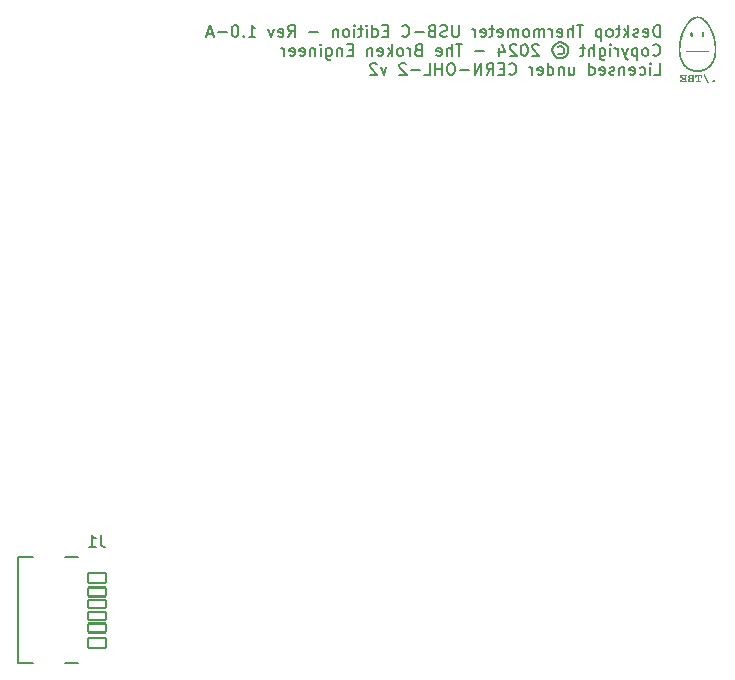
<source format=gbo>
G04 #@! TF.GenerationSoftware,KiCad,Pcbnew,7.0.10*
G04 #@! TF.CreationDate,2024-02-08T17:52:20+11:00*
G04 #@! TF.ProjectId,Desktop Thermometer USB-C,4465736b-746f-4702-9054-6865726d6f6d,rev?*
G04 #@! TF.SameCoordinates,Original*
G04 #@! TF.FileFunction,Legend,Bot*
G04 #@! TF.FilePolarity,Positive*
%FSLAX46Y46*%
G04 Gerber Fmt 4.6, Leading zero omitted, Abs format (unit mm)*
G04 Created by KiCad (PCBNEW 7.0.10) date 2024-02-08 17:52:20*
%MOMM*%
%LPD*%
G01*
G04 APERTURE LIST*
G04 Aperture macros list*
%AMRoundRect*
0 Rectangle with rounded corners*
0 $1 Rounding radius*
0 $2 $3 $4 $5 $6 $7 $8 $9 X,Y pos of 4 corners*
0 Add a 4 corners polygon primitive as box body*
4,1,4,$2,$3,$4,$5,$6,$7,$8,$9,$2,$3,0*
0 Add four circle primitives for the rounded corners*
1,1,$1+$1,$2,$3*
1,1,$1+$1,$4,$5*
1,1,$1+$1,$6,$7*
1,1,$1+$1,$8,$9*
0 Add four rect primitives between the rounded corners*
20,1,$1+$1,$2,$3,$4,$5,0*
20,1,$1+$1,$4,$5,$6,$7,0*
20,1,$1+$1,$6,$7,$8,$9,0*
20,1,$1+$1,$8,$9,$2,$3,0*%
G04 Aperture macros list end*
%ADD10C,0.153000*%
%ADD11C,0.150000*%
%ADD12C,0.127000*%
%ADD13C,1.600000*%
%ADD14O,1.600000X1.600000*%
%ADD15R,1.600000X2.400000*%
%ADD16O,1.600000X2.400000*%
%ADD17R,1.524000X2.524000*%
%ADD18O,1.524000X2.524000*%
%ADD19C,3.200000*%
%ADD20C,1.500000*%
%ADD21R,1.500000X1.500000*%
%ADD22RoundRect,0.102000X-0.750000X-0.350000X0.750000X-0.350000X0.750000X0.350000X-0.750000X0.350000X0*%
%ADD23RoundRect,0.102000X-0.750000X-0.380000X0.750000X-0.380000X0.750000X0.380000X-0.750000X0.380000X0*%
%ADD24RoundRect,0.102000X-0.750000X-0.400000X0.750000X-0.400000X0.750000X0.400000X-0.750000X0.400000X0*%
%ADD25O,2.204000X1.204000*%
G04 APERTURE END LIST*
D10*
X152823247Y-58625663D02*
X152823247Y-57625663D01*
X152823247Y-57625663D02*
X152585152Y-57625663D01*
X152585152Y-57625663D02*
X152442295Y-57673282D01*
X152442295Y-57673282D02*
X152347057Y-57768520D01*
X152347057Y-57768520D02*
X152299438Y-57863758D01*
X152299438Y-57863758D02*
X152251819Y-58054234D01*
X152251819Y-58054234D02*
X152251819Y-58197091D01*
X152251819Y-58197091D02*
X152299438Y-58387567D01*
X152299438Y-58387567D02*
X152347057Y-58482805D01*
X152347057Y-58482805D02*
X152442295Y-58578044D01*
X152442295Y-58578044D02*
X152585152Y-58625663D01*
X152585152Y-58625663D02*
X152823247Y-58625663D01*
X151442295Y-58578044D02*
X151537533Y-58625663D01*
X151537533Y-58625663D02*
X151728009Y-58625663D01*
X151728009Y-58625663D02*
X151823247Y-58578044D01*
X151823247Y-58578044D02*
X151870866Y-58482805D01*
X151870866Y-58482805D02*
X151870866Y-58101853D01*
X151870866Y-58101853D02*
X151823247Y-58006615D01*
X151823247Y-58006615D02*
X151728009Y-57958996D01*
X151728009Y-57958996D02*
X151537533Y-57958996D01*
X151537533Y-57958996D02*
X151442295Y-58006615D01*
X151442295Y-58006615D02*
X151394676Y-58101853D01*
X151394676Y-58101853D02*
X151394676Y-58197091D01*
X151394676Y-58197091D02*
X151870866Y-58292329D01*
X151013723Y-58578044D02*
X150918485Y-58625663D01*
X150918485Y-58625663D02*
X150728009Y-58625663D01*
X150728009Y-58625663D02*
X150632771Y-58578044D01*
X150632771Y-58578044D02*
X150585152Y-58482805D01*
X150585152Y-58482805D02*
X150585152Y-58435186D01*
X150585152Y-58435186D02*
X150632771Y-58339948D01*
X150632771Y-58339948D02*
X150728009Y-58292329D01*
X150728009Y-58292329D02*
X150870866Y-58292329D01*
X150870866Y-58292329D02*
X150966104Y-58244710D01*
X150966104Y-58244710D02*
X151013723Y-58149472D01*
X151013723Y-58149472D02*
X151013723Y-58101853D01*
X151013723Y-58101853D02*
X150966104Y-58006615D01*
X150966104Y-58006615D02*
X150870866Y-57958996D01*
X150870866Y-57958996D02*
X150728009Y-57958996D01*
X150728009Y-57958996D02*
X150632771Y-58006615D01*
X150156580Y-58625663D02*
X150156580Y-57625663D01*
X150061342Y-58244710D02*
X149775628Y-58625663D01*
X149775628Y-57958996D02*
X150156580Y-58339948D01*
X149489913Y-57958996D02*
X149108961Y-57958996D01*
X149347056Y-57625663D02*
X149347056Y-58482805D01*
X149347056Y-58482805D02*
X149299437Y-58578044D01*
X149299437Y-58578044D02*
X149204199Y-58625663D01*
X149204199Y-58625663D02*
X149108961Y-58625663D01*
X148632770Y-58625663D02*
X148728008Y-58578044D01*
X148728008Y-58578044D02*
X148775627Y-58530424D01*
X148775627Y-58530424D02*
X148823246Y-58435186D01*
X148823246Y-58435186D02*
X148823246Y-58149472D01*
X148823246Y-58149472D02*
X148775627Y-58054234D01*
X148775627Y-58054234D02*
X148728008Y-58006615D01*
X148728008Y-58006615D02*
X148632770Y-57958996D01*
X148632770Y-57958996D02*
X148489913Y-57958996D01*
X148489913Y-57958996D02*
X148394675Y-58006615D01*
X148394675Y-58006615D02*
X148347056Y-58054234D01*
X148347056Y-58054234D02*
X148299437Y-58149472D01*
X148299437Y-58149472D02*
X148299437Y-58435186D01*
X148299437Y-58435186D02*
X148347056Y-58530424D01*
X148347056Y-58530424D02*
X148394675Y-58578044D01*
X148394675Y-58578044D02*
X148489913Y-58625663D01*
X148489913Y-58625663D02*
X148632770Y-58625663D01*
X147870865Y-57958996D02*
X147870865Y-58958996D01*
X147870865Y-58006615D02*
X147775627Y-57958996D01*
X147775627Y-57958996D02*
X147585151Y-57958996D01*
X147585151Y-57958996D02*
X147489913Y-58006615D01*
X147489913Y-58006615D02*
X147442294Y-58054234D01*
X147442294Y-58054234D02*
X147394675Y-58149472D01*
X147394675Y-58149472D02*
X147394675Y-58435186D01*
X147394675Y-58435186D02*
X147442294Y-58530424D01*
X147442294Y-58530424D02*
X147489913Y-58578044D01*
X147489913Y-58578044D02*
X147585151Y-58625663D01*
X147585151Y-58625663D02*
X147775627Y-58625663D01*
X147775627Y-58625663D02*
X147870865Y-58578044D01*
X146347055Y-57625663D02*
X145775627Y-57625663D01*
X146061341Y-58625663D02*
X146061341Y-57625663D01*
X145442293Y-58625663D02*
X145442293Y-57625663D01*
X145013722Y-58625663D02*
X145013722Y-58101853D01*
X145013722Y-58101853D02*
X145061341Y-58006615D01*
X145061341Y-58006615D02*
X145156579Y-57958996D01*
X145156579Y-57958996D02*
X145299436Y-57958996D01*
X145299436Y-57958996D02*
X145394674Y-58006615D01*
X145394674Y-58006615D02*
X145442293Y-58054234D01*
X144156579Y-58578044D02*
X144251817Y-58625663D01*
X144251817Y-58625663D02*
X144442293Y-58625663D01*
X144442293Y-58625663D02*
X144537531Y-58578044D01*
X144537531Y-58578044D02*
X144585150Y-58482805D01*
X144585150Y-58482805D02*
X144585150Y-58101853D01*
X144585150Y-58101853D02*
X144537531Y-58006615D01*
X144537531Y-58006615D02*
X144442293Y-57958996D01*
X144442293Y-57958996D02*
X144251817Y-57958996D01*
X144251817Y-57958996D02*
X144156579Y-58006615D01*
X144156579Y-58006615D02*
X144108960Y-58101853D01*
X144108960Y-58101853D02*
X144108960Y-58197091D01*
X144108960Y-58197091D02*
X144585150Y-58292329D01*
X143680388Y-58625663D02*
X143680388Y-57958996D01*
X143680388Y-58149472D02*
X143632769Y-58054234D01*
X143632769Y-58054234D02*
X143585150Y-58006615D01*
X143585150Y-58006615D02*
X143489912Y-57958996D01*
X143489912Y-57958996D02*
X143394674Y-57958996D01*
X143061340Y-58625663D02*
X143061340Y-57958996D01*
X143061340Y-58054234D02*
X143013721Y-58006615D01*
X143013721Y-58006615D02*
X142918483Y-57958996D01*
X142918483Y-57958996D02*
X142775626Y-57958996D01*
X142775626Y-57958996D02*
X142680388Y-58006615D01*
X142680388Y-58006615D02*
X142632769Y-58101853D01*
X142632769Y-58101853D02*
X142632769Y-58625663D01*
X142632769Y-58101853D02*
X142585150Y-58006615D01*
X142585150Y-58006615D02*
X142489912Y-57958996D01*
X142489912Y-57958996D02*
X142347055Y-57958996D01*
X142347055Y-57958996D02*
X142251816Y-58006615D01*
X142251816Y-58006615D02*
X142204197Y-58101853D01*
X142204197Y-58101853D02*
X142204197Y-58625663D01*
X141585150Y-58625663D02*
X141680388Y-58578044D01*
X141680388Y-58578044D02*
X141728007Y-58530424D01*
X141728007Y-58530424D02*
X141775626Y-58435186D01*
X141775626Y-58435186D02*
X141775626Y-58149472D01*
X141775626Y-58149472D02*
X141728007Y-58054234D01*
X141728007Y-58054234D02*
X141680388Y-58006615D01*
X141680388Y-58006615D02*
X141585150Y-57958996D01*
X141585150Y-57958996D02*
X141442293Y-57958996D01*
X141442293Y-57958996D02*
X141347055Y-58006615D01*
X141347055Y-58006615D02*
X141299436Y-58054234D01*
X141299436Y-58054234D02*
X141251817Y-58149472D01*
X141251817Y-58149472D02*
X141251817Y-58435186D01*
X141251817Y-58435186D02*
X141299436Y-58530424D01*
X141299436Y-58530424D02*
X141347055Y-58578044D01*
X141347055Y-58578044D02*
X141442293Y-58625663D01*
X141442293Y-58625663D02*
X141585150Y-58625663D01*
X140823245Y-58625663D02*
X140823245Y-57958996D01*
X140823245Y-58054234D02*
X140775626Y-58006615D01*
X140775626Y-58006615D02*
X140680388Y-57958996D01*
X140680388Y-57958996D02*
X140537531Y-57958996D01*
X140537531Y-57958996D02*
X140442293Y-58006615D01*
X140442293Y-58006615D02*
X140394674Y-58101853D01*
X140394674Y-58101853D02*
X140394674Y-58625663D01*
X140394674Y-58101853D02*
X140347055Y-58006615D01*
X140347055Y-58006615D02*
X140251817Y-57958996D01*
X140251817Y-57958996D02*
X140108960Y-57958996D01*
X140108960Y-57958996D02*
X140013721Y-58006615D01*
X140013721Y-58006615D02*
X139966102Y-58101853D01*
X139966102Y-58101853D02*
X139966102Y-58625663D01*
X139108960Y-58578044D02*
X139204198Y-58625663D01*
X139204198Y-58625663D02*
X139394674Y-58625663D01*
X139394674Y-58625663D02*
X139489912Y-58578044D01*
X139489912Y-58578044D02*
X139537531Y-58482805D01*
X139537531Y-58482805D02*
X139537531Y-58101853D01*
X139537531Y-58101853D02*
X139489912Y-58006615D01*
X139489912Y-58006615D02*
X139394674Y-57958996D01*
X139394674Y-57958996D02*
X139204198Y-57958996D01*
X139204198Y-57958996D02*
X139108960Y-58006615D01*
X139108960Y-58006615D02*
X139061341Y-58101853D01*
X139061341Y-58101853D02*
X139061341Y-58197091D01*
X139061341Y-58197091D02*
X139537531Y-58292329D01*
X138775626Y-57958996D02*
X138394674Y-57958996D01*
X138632769Y-57625663D02*
X138632769Y-58482805D01*
X138632769Y-58482805D02*
X138585150Y-58578044D01*
X138585150Y-58578044D02*
X138489912Y-58625663D01*
X138489912Y-58625663D02*
X138394674Y-58625663D01*
X137680388Y-58578044D02*
X137775626Y-58625663D01*
X137775626Y-58625663D02*
X137966102Y-58625663D01*
X137966102Y-58625663D02*
X138061340Y-58578044D01*
X138061340Y-58578044D02*
X138108959Y-58482805D01*
X138108959Y-58482805D02*
X138108959Y-58101853D01*
X138108959Y-58101853D02*
X138061340Y-58006615D01*
X138061340Y-58006615D02*
X137966102Y-57958996D01*
X137966102Y-57958996D02*
X137775626Y-57958996D01*
X137775626Y-57958996D02*
X137680388Y-58006615D01*
X137680388Y-58006615D02*
X137632769Y-58101853D01*
X137632769Y-58101853D02*
X137632769Y-58197091D01*
X137632769Y-58197091D02*
X138108959Y-58292329D01*
X137204197Y-58625663D02*
X137204197Y-57958996D01*
X137204197Y-58149472D02*
X137156578Y-58054234D01*
X137156578Y-58054234D02*
X137108959Y-58006615D01*
X137108959Y-58006615D02*
X137013721Y-57958996D01*
X137013721Y-57958996D02*
X136918483Y-57958996D01*
X135823244Y-57625663D02*
X135823244Y-58435186D01*
X135823244Y-58435186D02*
X135775625Y-58530424D01*
X135775625Y-58530424D02*
X135728006Y-58578044D01*
X135728006Y-58578044D02*
X135632768Y-58625663D01*
X135632768Y-58625663D02*
X135442292Y-58625663D01*
X135442292Y-58625663D02*
X135347054Y-58578044D01*
X135347054Y-58578044D02*
X135299435Y-58530424D01*
X135299435Y-58530424D02*
X135251816Y-58435186D01*
X135251816Y-58435186D02*
X135251816Y-57625663D01*
X134823244Y-58578044D02*
X134680387Y-58625663D01*
X134680387Y-58625663D02*
X134442292Y-58625663D01*
X134442292Y-58625663D02*
X134347054Y-58578044D01*
X134347054Y-58578044D02*
X134299435Y-58530424D01*
X134299435Y-58530424D02*
X134251816Y-58435186D01*
X134251816Y-58435186D02*
X134251816Y-58339948D01*
X134251816Y-58339948D02*
X134299435Y-58244710D01*
X134299435Y-58244710D02*
X134347054Y-58197091D01*
X134347054Y-58197091D02*
X134442292Y-58149472D01*
X134442292Y-58149472D02*
X134632768Y-58101853D01*
X134632768Y-58101853D02*
X134728006Y-58054234D01*
X134728006Y-58054234D02*
X134775625Y-58006615D01*
X134775625Y-58006615D02*
X134823244Y-57911377D01*
X134823244Y-57911377D02*
X134823244Y-57816139D01*
X134823244Y-57816139D02*
X134775625Y-57720901D01*
X134775625Y-57720901D02*
X134728006Y-57673282D01*
X134728006Y-57673282D02*
X134632768Y-57625663D01*
X134632768Y-57625663D02*
X134394673Y-57625663D01*
X134394673Y-57625663D02*
X134251816Y-57673282D01*
X133489911Y-58101853D02*
X133347054Y-58149472D01*
X133347054Y-58149472D02*
X133299435Y-58197091D01*
X133299435Y-58197091D02*
X133251816Y-58292329D01*
X133251816Y-58292329D02*
X133251816Y-58435186D01*
X133251816Y-58435186D02*
X133299435Y-58530424D01*
X133299435Y-58530424D02*
X133347054Y-58578044D01*
X133347054Y-58578044D02*
X133442292Y-58625663D01*
X133442292Y-58625663D02*
X133823244Y-58625663D01*
X133823244Y-58625663D02*
X133823244Y-57625663D01*
X133823244Y-57625663D02*
X133489911Y-57625663D01*
X133489911Y-57625663D02*
X133394673Y-57673282D01*
X133394673Y-57673282D02*
X133347054Y-57720901D01*
X133347054Y-57720901D02*
X133299435Y-57816139D01*
X133299435Y-57816139D02*
X133299435Y-57911377D01*
X133299435Y-57911377D02*
X133347054Y-58006615D01*
X133347054Y-58006615D02*
X133394673Y-58054234D01*
X133394673Y-58054234D02*
X133489911Y-58101853D01*
X133489911Y-58101853D02*
X133823244Y-58101853D01*
X132823244Y-58244710D02*
X132061340Y-58244710D01*
X131013721Y-58530424D02*
X131061340Y-58578044D01*
X131061340Y-58578044D02*
X131204197Y-58625663D01*
X131204197Y-58625663D02*
X131299435Y-58625663D01*
X131299435Y-58625663D02*
X131442292Y-58578044D01*
X131442292Y-58578044D02*
X131537530Y-58482805D01*
X131537530Y-58482805D02*
X131585149Y-58387567D01*
X131585149Y-58387567D02*
X131632768Y-58197091D01*
X131632768Y-58197091D02*
X131632768Y-58054234D01*
X131632768Y-58054234D02*
X131585149Y-57863758D01*
X131585149Y-57863758D02*
X131537530Y-57768520D01*
X131537530Y-57768520D02*
X131442292Y-57673282D01*
X131442292Y-57673282D02*
X131299435Y-57625663D01*
X131299435Y-57625663D02*
X131204197Y-57625663D01*
X131204197Y-57625663D02*
X131061340Y-57673282D01*
X131061340Y-57673282D02*
X131013721Y-57720901D01*
X129823244Y-58101853D02*
X129489911Y-58101853D01*
X129347054Y-58625663D02*
X129823244Y-58625663D01*
X129823244Y-58625663D02*
X129823244Y-57625663D01*
X129823244Y-57625663D02*
X129347054Y-57625663D01*
X128489911Y-58625663D02*
X128489911Y-57625663D01*
X128489911Y-58578044D02*
X128585149Y-58625663D01*
X128585149Y-58625663D02*
X128775625Y-58625663D01*
X128775625Y-58625663D02*
X128870863Y-58578044D01*
X128870863Y-58578044D02*
X128918482Y-58530424D01*
X128918482Y-58530424D02*
X128966101Y-58435186D01*
X128966101Y-58435186D02*
X128966101Y-58149472D01*
X128966101Y-58149472D02*
X128918482Y-58054234D01*
X128918482Y-58054234D02*
X128870863Y-58006615D01*
X128870863Y-58006615D02*
X128775625Y-57958996D01*
X128775625Y-57958996D02*
X128585149Y-57958996D01*
X128585149Y-57958996D02*
X128489911Y-58006615D01*
X128013720Y-58625663D02*
X128013720Y-57958996D01*
X128013720Y-57625663D02*
X128061339Y-57673282D01*
X128061339Y-57673282D02*
X128013720Y-57720901D01*
X128013720Y-57720901D02*
X127966101Y-57673282D01*
X127966101Y-57673282D02*
X128013720Y-57625663D01*
X128013720Y-57625663D02*
X128013720Y-57720901D01*
X127680387Y-57958996D02*
X127299435Y-57958996D01*
X127537530Y-57625663D02*
X127537530Y-58482805D01*
X127537530Y-58482805D02*
X127489911Y-58578044D01*
X127489911Y-58578044D02*
X127394673Y-58625663D01*
X127394673Y-58625663D02*
X127299435Y-58625663D01*
X126966101Y-58625663D02*
X126966101Y-57958996D01*
X126966101Y-57625663D02*
X127013720Y-57673282D01*
X127013720Y-57673282D02*
X126966101Y-57720901D01*
X126966101Y-57720901D02*
X126918482Y-57673282D01*
X126918482Y-57673282D02*
X126966101Y-57625663D01*
X126966101Y-57625663D02*
X126966101Y-57720901D01*
X126347054Y-58625663D02*
X126442292Y-58578044D01*
X126442292Y-58578044D02*
X126489911Y-58530424D01*
X126489911Y-58530424D02*
X126537530Y-58435186D01*
X126537530Y-58435186D02*
X126537530Y-58149472D01*
X126537530Y-58149472D02*
X126489911Y-58054234D01*
X126489911Y-58054234D02*
X126442292Y-58006615D01*
X126442292Y-58006615D02*
X126347054Y-57958996D01*
X126347054Y-57958996D02*
X126204197Y-57958996D01*
X126204197Y-57958996D02*
X126108959Y-58006615D01*
X126108959Y-58006615D02*
X126061340Y-58054234D01*
X126061340Y-58054234D02*
X126013721Y-58149472D01*
X126013721Y-58149472D02*
X126013721Y-58435186D01*
X126013721Y-58435186D02*
X126061340Y-58530424D01*
X126061340Y-58530424D02*
X126108959Y-58578044D01*
X126108959Y-58578044D02*
X126204197Y-58625663D01*
X126204197Y-58625663D02*
X126347054Y-58625663D01*
X125585149Y-57958996D02*
X125585149Y-58625663D01*
X125585149Y-58054234D02*
X125537530Y-58006615D01*
X125537530Y-58006615D02*
X125442292Y-57958996D01*
X125442292Y-57958996D02*
X125299435Y-57958996D01*
X125299435Y-57958996D02*
X125204197Y-58006615D01*
X125204197Y-58006615D02*
X125156578Y-58101853D01*
X125156578Y-58101853D02*
X125156578Y-58625663D01*
X123918482Y-58244710D02*
X123156578Y-58244710D01*
X121347054Y-58625663D02*
X121680387Y-58149472D01*
X121918482Y-58625663D02*
X121918482Y-57625663D01*
X121918482Y-57625663D02*
X121537530Y-57625663D01*
X121537530Y-57625663D02*
X121442292Y-57673282D01*
X121442292Y-57673282D02*
X121394673Y-57720901D01*
X121394673Y-57720901D02*
X121347054Y-57816139D01*
X121347054Y-57816139D02*
X121347054Y-57958996D01*
X121347054Y-57958996D02*
X121394673Y-58054234D01*
X121394673Y-58054234D02*
X121442292Y-58101853D01*
X121442292Y-58101853D02*
X121537530Y-58149472D01*
X121537530Y-58149472D02*
X121918482Y-58149472D01*
X120537530Y-58578044D02*
X120632768Y-58625663D01*
X120632768Y-58625663D02*
X120823244Y-58625663D01*
X120823244Y-58625663D02*
X120918482Y-58578044D01*
X120918482Y-58578044D02*
X120966101Y-58482805D01*
X120966101Y-58482805D02*
X120966101Y-58101853D01*
X120966101Y-58101853D02*
X120918482Y-58006615D01*
X120918482Y-58006615D02*
X120823244Y-57958996D01*
X120823244Y-57958996D02*
X120632768Y-57958996D01*
X120632768Y-57958996D02*
X120537530Y-58006615D01*
X120537530Y-58006615D02*
X120489911Y-58101853D01*
X120489911Y-58101853D02*
X120489911Y-58197091D01*
X120489911Y-58197091D02*
X120966101Y-58292329D01*
X120156577Y-57958996D02*
X119918482Y-58625663D01*
X119918482Y-58625663D02*
X119680387Y-57958996D01*
X118013720Y-58625663D02*
X118585148Y-58625663D01*
X118299434Y-58625663D02*
X118299434Y-57625663D01*
X118299434Y-57625663D02*
X118394672Y-57768520D01*
X118394672Y-57768520D02*
X118489910Y-57863758D01*
X118489910Y-57863758D02*
X118585148Y-57911377D01*
X117585148Y-58530424D02*
X117537529Y-58578044D01*
X117537529Y-58578044D02*
X117585148Y-58625663D01*
X117585148Y-58625663D02*
X117632767Y-58578044D01*
X117632767Y-58578044D02*
X117585148Y-58530424D01*
X117585148Y-58530424D02*
X117585148Y-58625663D01*
X116918482Y-57625663D02*
X116823244Y-57625663D01*
X116823244Y-57625663D02*
X116728006Y-57673282D01*
X116728006Y-57673282D02*
X116680387Y-57720901D01*
X116680387Y-57720901D02*
X116632768Y-57816139D01*
X116632768Y-57816139D02*
X116585149Y-58006615D01*
X116585149Y-58006615D02*
X116585149Y-58244710D01*
X116585149Y-58244710D02*
X116632768Y-58435186D01*
X116632768Y-58435186D02*
X116680387Y-58530424D01*
X116680387Y-58530424D02*
X116728006Y-58578044D01*
X116728006Y-58578044D02*
X116823244Y-58625663D01*
X116823244Y-58625663D02*
X116918482Y-58625663D01*
X116918482Y-58625663D02*
X117013720Y-58578044D01*
X117013720Y-58578044D02*
X117061339Y-58530424D01*
X117061339Y-58530424D02*
X117108958Y-58435186D01*
X117108958Y-58435186D02*
X117156577Y-58244710D01*
X117156577Y-58244710D02*
X117156577Y-58006615D01*
X117156577Y-58006615D02*
X117108958Y-57816139D01*
X117108958Y-57816139D02*
X117061339Y-57720901D01*
X117061339Y-57720901D02*
X117013720Y-57673282D01*
X117013720Y-57673282D02*
X116918482Y-57625663D01*
X116156577Y-58244710D02*
X115394673Y-58244710D01*
X114966101Y-58339948D02*
X114489911Y-58339948D01*
X115061339Y-58625663D02*
X114728006Y-57625663D01*
X114728006Y-57625663D02*
X114394673Y-58625663D01*
X152251819Y-60140424D02*
X152299438Y-60188044D01*
X152299438Y-60188044D02*
X152442295Y-60235663D01*
X152442295Y-60235663D02*
X152537533Y-60235663D01*
X152537533Y-60235663D02*
X152680390Y-60188044D01*
X152680390Y-60188044D02*
X152775628Y-60092805D01*
X152775628Y-60092805D02*
X152823247Y-59997567D01*
X152823247Y-59997567D02*
X152870866Y-59807091D01*
X152870866Y-59807091D02*
X152870866Y-59664234D01*
X152870866Y-59664234D02*
X152823247Y-59473758D01*
X152823247Y-59473758D02*
X152775628Y-59378520D01*
X152775628Y-59378520D02*
X152680390Y-59283282D01*
X152680390Y-59283282D02*
X152537533Y-59235663D01*
X152537533Y-59235663D02*
X152442295Y-59235663D01*
X152442295Y-59235663D02*
X152299438Y-59283282D01*
X152299438Y-59283282D02*
X152251819Y-59330901D01*
X151680390Y-60235663D02*
X151775628Y-60188044D01*
X151775628Y-60188044D02*
X151823247Y-60140424D01*
X151823247Y-60140424D02*
X151870866Y-60045186D01*
X151870866Y-60045186D02*
X151870866Y-59759472D01*
X151870866Y-59759472D02*
X151823247Y-59664234D01*
X151823247Y-59664234D02*
X151775628Y-59616615D01*
X151775628Y-59616615D02*
X151680390Y-59568996D01*
X151680390Y-59568996D02*
X151537533Y-59568996D01*
X151537533Y-59568996D02*
X151442295Y-59616615D01*
X151442295Y-59616615D02*
X151394676Y-59664234D01*
X151394676Y-59664234D02*
X151347057Y-59759472D01*
X151347057Y-59759472D02*
X151347057Y-60045186D01*
X151347057Y-60045186D02*
X151394676Y-60140424D01*
X151394676Y-60140424D02*
X151442295Y-60188044D01*
X151442295Y-60188044D02*
X151537533Y-60235663D01*
X151537533Y-60235663D02*
X151680390Y-60235663D01*
X150918485Y-59568996D02*
X150918485Y-60568996D01*
X150918485Y-59616615D02*
X150823247Y-59568996D01*
X150823247Y-59568996D02*
X150632771Y-59568996D01*
X150632771Y-59568996D02*
X150537533Y-59616615D01*
X150537533Y-59616615D02*
X150489914Y-59664234D01*
X150489914Y-59664234D02*
X150442295Y-59759472D01*
X150442295Y-59759472D02*
X150442295Y-60045186D01*
X150442295Y-60045186D02*
X150489914Y-60140424D01*
X150489914Y-60140424D02*
X150537533Y-60188044D01*
X150537533Y-60188044D02*
X150632771Y-60235663D01*
X150632771Y-60235663D02*
X150823247Y-60235663D01*
X150823247Y-60235663D02*
X150918485Y-60188044D01*
X150108961Y-59568996D02*
X149870866Y-60235663D01*
X149632771Y-59568996D02*
X149870866Y-60235663D01*
X149870866Y-60235663D02*
X149966104Y-60473758D01*
X149966104Y-60473758D02*
X150013723Y-60521377D01*
X150013723Y-60521377D02*
X150108961Y-60568996D01*
X149251818Y-60235663D02*
X149251818Y-59568996D01*
X149251818Y-59759472D02*
X149204199Y-59664234D01*
X149204199Y-59664234D02*
X149156580Y-59616615D01*
X149156580Y-59616615D02*
X149061342Y-59568996D01*
X149061342Y-59568996D02*
X148966104Y-59568996D01*
X148632770Y-60235663D02*
X148632770Y-59568996D01*
X148632770Y-59235663D02*
X148680389Y-59283282D01*
X148680389Y-59283282D02*
X148632770Y-59330901D01*
X148632770Y-59330901D02*
X148585151Y-59283282D01*
X148585151Y-59283282D02*
X148632770Y-59235663D01*
X148632770Y-59235663D02*
X148632770Y-59330901D01*
X147728009Y-59568996D02*
X147728009Y-60378520D01*
X147728009Y-60378520D02*
X147775628Y-60473758D01*
X147775628Y-60473758D02*
X147823247Y-60521377D01*
X147823247Y-60521377D02*
X147918485Y-60568996D01*
X147918485Y-60568996D02*
X148061342Y-60568996D01*
X148061342Y-60568996D02*
X148156580Y-60521377D01*
X147728009Y-60188044D02*
X147823247Y-60235663D01*
X147823247Y-60235663D02*
X148013723Y-60235663D01*
X148013723Y-60235663D02*
X148108961Y-60188044D01*
X148108961Y-60188044D02*
X148156580Y-60140424D01*
X148156580Y-60140424D02*
X148204199Y-60045186D01*
X148204199Y-60045186D02*
X148204199Y-59759472D01*
X148204199Y-59759472D02*
X148156580Y-59664234D01*
X148156580Y-59664234D02*
X148108961Y-59616615D01*
X148108961Y-59616615D02*
X148013723Y-59568996D01*
X148013723Y-59568996D02*
X147823247Y-59568996D01*
X147823247Y-59568996D02*
X147728009Y-59616615D01*
X147251818Y-60235663D02*
X147251818Y-59235663D01*
X146823247Y-60235663D02*
X146823247Y-59711853D01*
X146823247Y-59711853D02*
X146870866Y-59616615D01*
X146870866Y-59616615D02*
X146966104Y-59568996D01*
X146966104Y-59568996D02*
X147108961Y-59568996D01*
X147108961Y-59568996D02*
X147204199Y-59616615D01*
X147204199Y-59616615D02*
X147251818Y-59664234D01*
X146489913Y-59568996D02*
X146108961Y-59568996D01*
X146347056Y-59235663D02*
X146347056Y-60092805D01*
X146347056Y-60092805D02*
X146299437Y-60188044D01*
X146299437Y-60188044D02*
X146204199Y-60235663D01*
X146204199Y-60235663D02*
X146108961Y-60235663D01*
X144204198Y-59473758D02*
X144299437Y-59426139D01*
X144299437Y-59426139D02*
X144489913Y-59426139D01*
X144489913Y-59426139D02*
X144585151Y-59473758D01*
X144585151Y-59473758D02*
X144680389Y-59568996D01*
X144680389Y-59568996D02*
X144728008Y-59664234D01*
X144728008Y-59664234D02*
X144728008Y-59854710D01*
X144728008Y-59854710D02*
X144680389Y-59949948D01*
X144680389Y-59949948D02*
X144585151Y-60045186D01*
X144585151Y-60045186D02*
X144489913Y-60092805D01*
X144489913Y-60092805D02*
X144299437Y-60092805D01*
X144299437Y-60092805D02*
X144204198Y-60045186D01*
X144394675Y-59092805D02*
X144632770Y-59140424D01*
X144632770Y-59140424D02*
X144870865Y-59283282D01*
X144870865Y-59283282D02*
X145013722Y-59521377D01*
X145013722Y-59521377D02*
X145061341Y-59759472D01*
X145061341Y-59759472D02*
X145013722Y-59997567D01*
X145013722Y-59997567D02*
X144870865Y-60235663D01*
X144870865Y-60235663D02*
X144632770Y-60378520D01*
X144632770Y-60378520D02*
X144394675Y-60426139D01*
X144394675Y-60426139D02*
X144156579Y-60378520D01*
X144156579Y-60378520D02*
X143918484Y-60235663D01*
X143918484Y-60235663D02*
X143775627Y-59997567D01*
X143775627Y-59997567D02*
X143728008Y-59759472D01*
X143728008Y-59759472D02*
X143775627Y-59521377D01*
X143775627Y-59521377D02*
X143918484Y-59283282D01*
X143918484Y-59283282D02*
X144156579Y-59140424D01*
X144156579Y-59140424D02*
X144394675Y-59092805D01*
X142585150Y-59330901D02*
X142537531Y-59283282D01*
X142537531Y-59283282D02*
X142442293Y-59235663D01*
X142442293Y-59235663D02*
X142204198Y-59235663D01*
X142204198Y-59235663D02*
X142108960Y-59283282D01*
X142108960Y-59283282D02*
X142061341Y-59330901D01*
X142061341Y-59330901D02*
X142013722Y-59426139D01*
X142013722Y-59426139D02*
X142013722Y-59521377D01*
X142013722Y-59521377D02*
X142061341Y-59664234D01*
X142061341Y-59664234D02*
X142632769Y-60235663D01*
X142632769Y-60235663D02*
X142013722Y-60235663D01*
X141394674Y-59235663D02*
X141299436Y-59235663D01*
X141299436Y-59235663D02*
X141204198Y-59283282D01*
X141204198Y-59283282D02*
X141156579Y-59330901D01*
X141156579Y-59330901D02*
X141108960Y-59426139D01*
X141108960Y-59426139D02*
X141061341Y-59616615D01*
X141061341Y-59616615D02*
X141061341Y-59854710D01*
X141061341Y-59854710D02*
X141108960Y-60045186D01*
X141108960Y-60045186D02*
X141156579Y-60140424D01*
X141156579Y-60140424D02*
X141204198Y-60188044D01*
X141204198Y-60188044D02*
X141299436Y-60235663D01*
X141299436Y-60235663D02*
X141394674Y-60235663D01*
X141394674Y-60235663D02*
X141489912Y-60188044D01*
X141489912Y-60188044D02*
X141537531Y-60140424D01*
X141537531Y-60140424D02*
X141585150Y-60045186D01*
X141585150Y-60045186D02*
X141632769Y-59854710D01*
X141632769Y-59854710D02*
X141632769Y-59616615D01*
X141632769Y-59616615D02*
X141585150Y-59426139D01*
X141585150Y-59426139D02*
X141537531Y-59330901D01*
X141537531Y-59330901D02*
X141489912Y-59283282D01*
X141489912Y-59283282D02*
X141394674Y-59235663D01*
X140680388Y-59330901D02*
X140632769Y-59283282D01*
X140632769Y-59283282D02*
X140537531Y-59235663D01*
X140537531Y-59235663D02*
X140299436Y-59235663D01*
X140299436Y-59235663D02*
X140204198Y-59283282D01*
X140204198Y-59283282D02*
X140156579Y-59330901D01*
X140156579Y-59330901D02*
X140108960Y-59426139D01*
X140108960Y-59426139D02*
X140108960Y-59521377D01*
X140108960Y-59521377D02*
X140156579Y-59664234D01*
X140156579Y-59664234D02*
X140728007Y-60235663D01*
X140728007Y-60235663D02*
X140108960Y-60235663D01*
X139251817Y-59568996D02*
X139251817Y-60235663D01*
X139489912Y-59188044D02*
X139728007Y-59902329D01*
X139728007Y-59902329D02*
X139108960Y-59902329D01*
X137966102Y-59854710D02*
X137204198Y-59854710D01*
X136108959Y-59235663D02*
X135537531Y-59235663D01*
X135823245Y-60235663D02*
X135823245Y-59235663D01*
X135204197Y-60235663D02*
X135204197Y-59235663D01*
X134775626Y-60235663D02*
X134775626Y-59711853D01*
X134775626Y-59711853D02*
X134823245Y-59616615D01*
X134823245Y-59616615D02*
X134918483Y-59568996D01*
X134918483Y-59568996D02*
X135061340Y-59568996D01*
X135061340Y-59568996D02*
X135156578Y-59616615D01*
X135156578Y-59616615D02*
X135204197Y-59664234D01*
X133918483Y-60188044D02*
X134013721Y-60235663D01*
X134013721Y-60235663D02*
X134204197Y-60235663D01*
X134204197Y-60235663D02*
X134299435Y-60188044D01*
X134299435Y-60188044D02*
X134347054Y-60092805D01*
X134347054Y-60092805D02*
X134347054Y-59711853D01*
X134347054Y-59711853D02*
X134299435Y-59616615D01*
X134299435Y-59616615D02*
X134204197Y-59568996D01*
X134204197Y-59568996D02*
X134013721Y-59568996D01*
X134013721Y-59568996D02*
X133918483Y-59616615D01*
X133918483Y-59616615D02*
X133870864Y-59711853D01*
X133870864Y-59711853D02*
X133870864Y-59807091D01*
X133870864Y-59807091D02*
X134347054Y-59902329D01*
X132347054Y-59711853D02*
X132204197Y-59759472D01*
X132204197Y-59759472D02*
X132156578Y-59807091D01*
X132156578Y-59807091D02*
X132108959Y-59902329D01*
X132108959Y-59902329D02*
X132108959Y-60045186D01*
X132108959Y-60045186D02*
X132156578Y-60140424D01*
X132156578Y-60140424D02*
X132204197Y-60188044D01*
X132204197Y-60188044D02*
X132299435Y-60235663D01*
X132299435Y-60235663D02*
X132680387Y-60235663D01*
X132680387Y-60235663D02*
X132680387Y-59235663D01*
X132680387Y-59235663D02*
X132347054Y-59235663D01*
X132347054Y-59235663D02*
X132251816Y-59283282D01*
X132251816Y-59283282D02*
X132204197Y-59330901D01*
X132204197Y-59330901D02*
X132156578Y-59426139D01*
X132156578Y-59426139D02*
X132156578Y-59521377D01*
X132156578Y-59521377D02*
X132204197Y-59616615D01*
X132204197Y-59616615D02*
X132251816Y-59664234D01*
X132251816Y-59664234D02*
X132347054Y-59711853D01*
X132347054Y-59711853D02*
X132680387Y-59711853D01*
X131680387Y-60235663D02*
X131680387Y-59568996D01*
X131680387Y-59759472D02*
X131632768Y-59664234D01*
X131632768Y-59664234D02*
X131585149Y-59616615D01*
X131585149Y-59616615D02*
X131489911Y-59568996D01*
X131489911Y-59568996D02*
X131394673Y-59568996D01*
X130918482Y-60235663D02*
X131013720Y-60188044D01*
X131013720Y-60188044D02*
X131061339Y-60140424D01*
X131061339Y-60140424D02*
X131108958Y-60045186D01*
X131108958Y-60045186D02*
X131108958Y-59759472D01*
X131108958Y-59759472D02*
X131061339Y-59664234D01*
X131061339Y-59664234D02*
X131013720Y-59616615D01*
X131013720Y-59616615D02*
X130918482Y-59568996D01*
X130918482Y-59568996D02*
X130775625Y-59568996D01*
X130775625Y-59568996D02*
X130680387Y-59616615D01*
X130680387Y-59616615D02*
X130632768Y-59664234D01*
X130632768Y-59664234D02*
X130585149Y-59759472D01*
X130585149Y-59759472D02*
X130585149Y-60045186D01*
X130585149Y-60045186D02*
X130632768Y-60140424D01*
X130632768Y-60140424D02*
X130680387Y-60188044D01*
X130680387Y-60188044D02*
X130775625Y-60235663D01*
X130775625Y-60235663D02*
X130918482Y-60235663D01*
X130156577Y-60235663D02*
X130156577Y-59235663D01*
X130061339Y-59854710D02*
X129775625Y-60235663D01*
X129775625Y-59568996D02*
X130156577Y-59949948D01*
X128966101Y-60188044D02*
X129061339Y-60235663D01*
X129061339Y-60235663D02*
X129251815Y-60235663D01*
X129251815Y-60235663D02*
X129347053Y-60188044D01*
X129347053Y-60188044D02*
X129394672Y-60092805D01*
X129394672Y-60092805D02*
X129394672Y-59711853D01*
X129394672Y-59711853D02*
X129347053Y-59616615D01*
X129347053Y-59616615D02*
X129251815Y-59568996D01*
X129251815Y-59568996D02*
X129061339Y-59568996D01*
X129061339Y-59568996D02*
X128966101Y-59616615D01*
X128966101Y-59616615D02*
X128918482Y-59711853D01*
X128918482Y-59711853D02*
X128918482Y-59807091D01*
X128918482Y-59807091D02*
X129394672Y-59902329D01*
X128489910Y-59568996D02*
X128489910Y-60235663D01*
X128489910Y-59664234D02*
X128442291Y-59616615D01*
X128442291Y-59616615D02*
X128347053Y-59568996D01*
X128347053Y-59568996D02*
X128204196Y-59568996D01*
X128204196Y-59568996D02*
X128108958Y-59616615D01*
X128108958Y-59616615D02*
X128061339Y-59711853D01*
X128061339Y-59711853D02*
X128061339Y-60235663D01*
X126823243Y-59711853D02*
X126489910Y-59711853D01*
X126347053Y-60235663D02*
X126823243Y-60235663D01*
X126823243Y-60235663D02*
X126823243Y-59235663D01*
X126823243Y-59235663D02*
X126347053Y-59235663D01*
X125918481Y-59568996D02*
X125918481Y-60235663D01*
X125918481Y-59664234D02*
X125870862Y-59616615D01*
X125870862Y-59616615D02*
X125775624Y-59568996D01*
X125775624Y-59568996D02*
X125632767Y-59568996D01*
X125632767Y-59568996D02*
X125537529Y-59616615D01*
X125537529Y-59616615D02*
X125489910Y-59711853D01*
X125489910Y-59711853D02*
X125489910Y-60235663D01*
X124585148Y-59568996D02*
X124585148Y-60378520D01*
X124585148Y-60378520D02*
X124632767Y-60473758D01*
X124632767Y-60473758D02*
X124680386Y-60521377D01*
X124680386Y-60521377D02*
X124775624Y-60568996D01*
X124775624Y-60568996D02*
X124918481Y-60568996D01*
X124918481Y-60568996D02*
X125013719Y-60521377D01*
X124585148Y-60188044D02*
X124680386Y-60235663D01*
X124680386Y-60235663D02*
X124870862Y-60235663D01*
X124870862Y-60235663D02*
X124966100Y-60188044D01*
X124966100Y-60188044D02*
X125013719Y-60140424D01*
X125013719Y-60140424D02*
X125061338Y-60045186D01*
X125061338Y-60045186D02*
X125061338Y-59759472D01*
X125061338Y-59759472D02*
X125013719Y-59664234D01*
X125013719Y-59664234D02*
X124966100Y-59616615D01*
X124966100Y-59616615D02*
X124870862Y-59568996D01*
X124870862Y-59568996D02*
X124680386Y-59568996D01*
X124680386Y-59568996D02*
X124585148Y-59616615D01*
X124108957Y-60235663D02*
X124108957Y-59568996D01*
X124108957Y-59235663D02*
X124156576Y-59283282D01*
X124156576Y-59283282D02*
X124108957Y-59330901D01*
X124108957Y-59330901D02*
X124061338Y-59283282D01*
X124061338Y-59283282D02*
X124108957Y-59235663D01*
X124108957Y-59235663D02*
X124108957Y-59330901D01*
X123632767Y-59568996D02*
X123632767Y-60235663D01*
X123632767Y-59664234D02*
X123585148Y-59616615D01*
X123585148Y-59616615D02*
X123489910Y-59568996D01*
X123489910Y-59568996D02*
X123347053Y-59568996D01*
X123347053Y-59568996D02*
X123251815Y-59616615D01*
X123251815Y-59616615D02*
X123204196Y-59711853D01*
X123204196Y-59711853D02*
X123204196Y-60235663D01*
X122347053Y-60188044D02*
X122442291Y-60235663D01*
X122442291Y-60235663D02*
X122632767Y-60235663D01*
X122632767Y-60235663D02*
X122728005Y-60188044D01*
X122728005Y-60188044D02*
X122775624Y-60092805D01*
X122775624Y-60092805D02*
X122775624Y-59711853D01*
X122775624Y-59711853D02*
X122728005Y-59616615D01*
X122728005Y-59616615D02*
X122632767Y-59568996D01*
X122632767Y-59568996D02*
X122442291Y-59568996D01*
X122442291Y-59568996D02*
X122347053Y-59616615D01*
X122347053Y-59616615D02*
X122299434Y-59711853D01*
X122299434Y-59711853D02*
X122299434Y-59807091D01*
X122299434Y-59807091D02*
X122775624Y-59902329D01*
X121489910Y-60188044D02*
X121585148Y-60235663D01*
X121585148Y-60235663D02*
X121775624Y-60235663D01*
X121775624Y-60235663D02*
X121870862Y-60188044D01*
X121870862Y-60188044D02*
X121918481Y-60092805D01*
X121918481Y-60092805D02*
X121918481Y-59711853D01*
X121918481Y-59711853D02*
X121870862Y-59616615D01*
X121870862Y-59616615D02*
X121775624Y-59568996D01*
X121775624Y-59568996D02*
X121585148Y-59568996D01*
X121585148Y-59568996D02*
X121489910Y-59616615D01*
X121489910Y-59616615D02*
X121442291Y-59711853D01*
X121442291Y-59711853D02*
X121442291Y-59807091D01*
X121442291Y-59807091D02*
X121918481Y-59902329D01*
X121013719Y-60235663D02*
X121013719Y-59568996D01*
X121013719Y-59759472D02*
X120966100Y-59664234D01*
X120966100Y-59664234D02*
X120918481Y-59616615D01*
X120918481Y-59616615D02*
X120823243Y-59568996D01*
X120823243Y-59568996D02*
X120728005Y-59568996D01*
X152347057Y-61845663D02*
X152823247Y-61845663D01*
X152823247Y-61845663D02*
X152823247Y-60845663D01*
X152013723Y-61845663D02*
X152013723Y-61178996D01*
X152013723Y-60845663D02*
X152061342Y-60893282D01*
X152061342Y-60893282D02*
X152013723Y-60940901D01*
X152013723Y-60940901D02*
X151966104Y-60893282D01*
X151966104Y-60893282D02*
X152013723Y-60845663D01*
X152013723Y-60845663D02*
X152013723Y-60940901D01*
X151108962Y-61798044D02*
X151204200Y-61845663D01*
X151204200Y-61845663D02*
X151394676Y-61845663D01*
X151394676Y-61845663D02*
X151489914Y-61798044D01*
X151489914Y-61798044D02*
X151537533Y-61750424D01*
X151537533Y-61750424D02*
X151585152Y-61655186D01*
X151585152Y-61655186D02*
X151585152Y-61369472D01*
X151585152Y-61369472D02*
X151537533Y-61274234D01*
X151537533Y-61274234D02*
X151489914Y-61226615D01*
X151489914Y-61226615D02*
X151394676Y-61178996D01*
X151394676Y-61178996D02*
X151204200Y-61178996D01*
X151204200Y-61178996D02*
X151108962Y-61226615D01*
X150299438Y-61798044D02*
X150394676Y-61845663D01*
X150394676Y-61845663D02*
X150585152Y-61845663D01*
X150585152Y-61845663D02*
X150680390Y-61798044D01*
X150680390Y-61798044D02*
X150728009Y-61702805D01*
X150728009Y-61702805D02*
X150728009Y-61321853D01*
X150728009Y-61321853D02*
X150680390Y-61226615D01*
X150680390Y-61226615D02*
X150585152Y-61178996D01*
X150585152Y-61178996D02*
X150394676Y-61178996D01*
X150394676Y-61178996D02*
X150299438Y-61226615D01*
X150299438Y-61226615D02*
X150251819Y-61321853D01*
X150251819Y-61321853D02*
X150251819Y-61417091D01*
X150251819Y-61417091D02*
X150728009Y-61512329D01*
X149823247Y-61178996D02*
X149823247Y-61845663D01*
X149823247Y-61274234D02*
X149775628Y-61226615D01*
X149775628Y-61226615D02*
X149680390Y-61178996D01*
X149680390Y-61178996D02*
X149537533Y-61178996D01*
X149537533Y-61178996D02*
X149442295Y-61226615D01*
X149442295Y-61226615D02*
X149394676Y-61321853D01*
X149394676Y-61321853D02*
X149394676Y-61845663D01*
X148966104Y-61798044D02*
X148870866Y-61845663D01*
X148870866Y-61845663D02*
X148680390Y-61845663D01*
X148680390Y-61845663D02*
X148585152Y-61798044D01*
X148585152Y-61798044D02*
X148537533Y-61702805D01*
X148537533Y-61702805D02*
X148537533Y-61655186D01*
X148537533Y-61655186D02*
X148585152Y-61559948D01*
X148585152Y-61559948D02*
X148680390Y-61512329D01*
X148680390Y-61512329D02*
X148823247Y-61512329D01*
X148823247Y-61512329D02*
X148918485Y-61464710D01*
X148918485Y-61464710D02*
X148966104Y-61369472D01*
X148966104Y-61369472D02*
X148966104Y-61321853D01*
X148966104Y-61321853D02*
X148918485Y-61226615D01*
X148918485Y-61226615D02*
X148823247Y-61178996D01*
X148823247Y-61178996D02*
X148680390Y-61178996D01*
X148680390Y-61178996D02*
X148585152Y-61226615D01*
X147728009Y-61798044D02*
X147823247Y-61845663D01*
X147823247Y-61845663D02*
X148013723Y-61845663D01*
X148013723Y-61845663D02*
X148108961Y-61798044D01*
X148108961Y-61798044D02*
X148156580Y-61702805D01*
X148156580Y-61702805D02*
X148156580Y-61321853D01*
X148156580Y-61321853D02*
X148108961Y-61226615D01*
X148108961Y-61226615D02*
X148013723Y-61178996D01*
X148013723Y-61178996D02*
X147823247Y-61178996D01*
X147823247Y-61178996D02*
X147728009Y-61226615D01*
X147728009Y-61226615D02*
X147680390Y-61321853D01*
X147680390Y-61321853D02*
X147680390Y-61417091D01*
X147680390Y-61417091D02*
X148156580Y-61512329D01*
X146823247Y-61845663D02*
X146823247Y-60845663D01*
X146823247Y-61798044D02*
X146918485Y-61845663D01*
X146918485Y-61845663D02*
X147108961Y-61845663D01*
X147108961Y-61845663D02*
X147204199Y-61798044D01*
X147204199Y-61798044D02*
X147251818Y-61750424D01*
X147251818Y-61750424D02*
X147299437Y-61655186D01*
X147299437Y-61655186D02*
X147299437Y-61369472D01*
X147299437Y-61369472D02*
X147251818Y-61274234D01*
X147251818Y-61274234D02*
X147204199Y-61226615D01*
X147204199Y-61226615D02*
X147108961Y-61178996D01*
X147108961Y-61178996D02*
X146918485Y-61178996D01*
X146918485Y-61178996D02*
X146823247Y-61226615D01*
X145156580Y-61178996D02*
X145156580Y-61845663D01*
X145585151Y-61178996D02*
X145585151Y-61702805D01*
X145585151Y-61702805D02*
X145537532Y-61798044D01*
X145537532Y-61798044D02*
X145442294Y-61845663D01*
X145442294Y-61845663D02*
X145299437Y-61845663D01*
X145299437Y-61845663D02*
X145204199Y-61798044D01*
X145204199Y-61798044D02*
X145156580Y-61750424D01*
X144680389Y-61178996D02*
X144680389Y-61845663D01*
X144680389Y-61274234D02*
X144632770Y-61226615D01*
X144632770Y-61226615D02*
X144537532Y-61178996D01*
X144537532Y-61178996D02*
X144394675Y-61178996D01*
X144394675Y-61178996D02*
X144299437Y-61226615D01*
X144299437Y-61226615D02*
X144251818Y-61321853D01*
X144251818Y-61321853D02*
X144251818Y-61845663D01*
X143347056Y-61845663D02*
X143347056Y-60845663D01*
X143347056Y-61798044D02*
X143442294Y-61845663D01*
X143442294Y-61845663D02*
X143632770Y-61845663D01*
X143632770Y-61845663D02*
X143728008Y-61798044D01*
X143728008Y-61798044D02*
X143775627Y-61750424D01*
X143775627Y-61750424D02*
X143823246Y-61655186D01*
X143823246Y-61655186D02*
X143823246Y-61369472D01*
X143823246Y-61369472D02*
X143775627Y-61274234D01*
X143775627Y-61274234D02*
X143728008Y-61226615D01*
X143728008Y-61226615D02*
X143632770Y-61178996D01*
X143632770Y-61178996D02*
X143442294Y-61178996D01*
X143442294Y-61178996D02*
X143347056Y-61226615D01*
X142489913Y-61798044D02*
X142585151Y-61845663D01*
X142585151Y-61845663D02*
X142775627Y-61845663D01*
X142775627Y-61845663D02*
X142870865Y-61798044D01*
X142870865Y-61798044D02*
X142918484Y-61702805D01*
X142918484Y-61702805D02*
X142918484Y-61321853D01*
X142918484Y-61321853D02*
X142870865Y-61226615D01*
X142870865Y-61226615D02*
X142775627Y-61178996D01*
X142775627Y-61178996D02*
X142585151Y-61178996D01*
X142585151Y-61178996D02*
X142489913Y-61226615D01*
X142489913Y-61226615D02*
X142442294Y-61321853D01*
X142442294Y-61321853D02*
X142442294Y-61417091D01*
X142442294Y-61417091D02*
X142918484Y-61512329D01*
X142013722Y-61845663D02*
X142013722Y-61178996D01*
X142013722Y-61369472D02*
X141966103Y-61274234D01*
X141966103Y-61274234D02*
X141918484Y-61226615D01*
X141918484Y-61226615D02*
X141823246Y-61178996D01*
X141823246Y-61178996D02*
X141728008Y-61178996D01*
X140061341Y-61750424D02*
X140108960Y-61798044D01*
X140108960Y-61798044D02*
X140251817Y-61845663D01*
X140251817Y-61845663D02*
X140347055Y-61845663D01*
X140347055Y-61845663D02*
X140489912Y-61798044D01*
X140489912Y-61798044D02*
X140585150Y-61702805D01*
X140585150Y-61702805D02*
X140632769Y-61607567D01*
X140632769Y-61607567D02*
X140680388Y-61417091D01*
X140680388Y-61417091D02*
X140680388Y-61274234D01*
X140680388Y-61274234D02*
X140632769Y-61083758D01*
X140632769Y-61083758D02*
X140585150Y-60988520D01*
X140585150Y-60988520D02*
X140489912Y-60893282D01*
X140489912Y-60893282D02*
X140347055Y-60845663D01*
X140347055Y-60845663D02*
X140251817Y-60845663D01*
X140251817Y-60845663D02*
X140108960Y-60893282D01*
X140108960Y-60893282D02*
X140061341Y-60940901D01*
X139632769Y-61321853D02*
X139299436Y-61321853D01*
X139156579Y-61845663D02*
X139632769Y-61845663D01*
X139632769Y-61845663D02*
X139632769Y-60845663D01*
X139632769Y-60845663D02*
X139156579Y-60845663D01*
X138156579Y-61845663D02*
X138489912Y-61369472D01*
X138728007Y-61845663D02*
X138728007Y-60845663D01*
X138728007Y-60845663D02*
X138347055Y-60845663D01*
X138347055Y-60845663D02*
X138251817Y-60893282D01*
X138251817Y-60893282D02*
X138204198Y-60940901D01*
X138204198Y-60940901D02*
X138156579Y-61036139D01*
X138156579Y-61036139D02*
X138156579Y-61178996D01*
X138156579Y-61178996D02*
X138204198Y-61274234D01*
X138204198Y-61274234D02*
X138251817Y-61321853D01*
X138251817Y-61321853D02*
X138347055Y-61369472D01*
X138347055Y-61369472D02*
X138728007Y-61369472D01*
X137728007Y-61845663D02*
X137728007Y-60845663D01*
X137728007Y-60845663D02*
X137156579Y-61845663D01*
X137156579Y-61845663D02*
X137156579Y-60845663D01*
X136680388Y-61464710D02*
X135918484Y-61464710D01*
X135251817Y-60845663D02*
X135061341Y-60845663D01*
X135061341Y-60845663D02*
X134966103Y-60893282D01*
X134966103Y-60893282D02*
X134870865Y-60988520D01*
X134870865Y-60988520D02*
X134823246Y-61178996D01*
X134823246Y-61178996D02*
X134823246Y-61512329D01*
X134823246Y-61512329D02*
X134870865Y-61702805D01*
X134870865Y-61702805D02*
X134966103Y-61798044D01*
X134966103Y-61798044D02*
X135061341Y-61845663D01*
X135061341Y-61845663D02*
X135251817Y-61845663D01*
X135251817Y-61845663D02*
X135347055Y-61798044D01*
X135347055Y-61798044D02*
X135442293Y-61702805D01*
X135442293Y-61702805D02*
X135489912Y-61512329D01*
X135489912Y-61512329D02*
X135489912Y-61178996D01*
X135489912Y-61178996D02*
X135442293Y-60988520D01*
X135442293Y-60988520D02*
X135347055Y-60893282D01*
X135347055Y-60893282D02*
X135251817Y-60845663D01*
X134394674Y-61845663D02*
X134394674Y-60845663D01*
X134394674Y-61321853D02*
X133823246Y-61321853D01*
X133823246Y-61845663D02*
X133823246Y-60845663D01*
X132870865Y-61845663D02*
X133347055Y-61845663D01*
X133347055Y-61845663D02*
X133347055Y-60845663D01*
X132537531Y-61464710D02*
X131775627Y-61464710D01*
X131347055Y-60940901D02*
X131299436Y-60893282D01*
X131299436Y-60893282D02*
X131204198Y-60845663D01*
X131204198Y-60845663D02*
X130966103Y-60845663D01*
X130966103Y-60845663D02*
X130870865Y-60893282D01*
X130870865Y-60893282D02*
X130823246Y-60940901D01*
X130823246Y-60940901D02*
X130775627Y-61036139D01*
X130775627Y-61036139D02*
X130775627Y-61131377D01*
X130775627Y-61131377D02*
X130823246Y-61274234D01*
X130823246Y-61274234D02*
X131394674Y-61845663D01*
X131394674Y-61845663D02*
X130775627Y-61845663D01*
X129680388Y-61178996D02*
X129442293Y-61845663D01*
X129442293Y-61845663D02*
X129204198Y-61178996D01*
X128870864Y-60940901D02*
X128823245Y-60893282D01*
X128823245Y-60893282D02*
X128728007Y-60845663D01*
X128728007Y-60845663D02*
X128489912Y-60845663D01*
X128489912Y-60845663D02*
X128394674Y-60893282D01*
X128394674Y-60893282D02*
X128347055Y-60940901D01*
X128347055Y-60940901D02*
X128299436Y-61036139D01*
X128299436Y-61036139D02*
X128299436Y-61131377D01*
X128299436Y-61131377D02*
X128347055Y-61274234D01*
X128347055Y-61274234D02*
X128918483Y-61845663D01*
X128918483Y-61845663D02*
X128299436Y-61845663D01*
D11*
X105489333Y-100800819D02*
X105489333Y-101515104D01*
X105489333Y-101515104D02*
X105536952Y-101657961D01*
X105536952Y-101657961D02*
X105632190Y-101753200D01*
X105632190Y-101753200D02*
X105775047Y-101800819D01*
X105775047Y-101800819D02*
X105870285Y-101800819D01*
X104489333Y-101800819D02*
X105060761Y-101800819D01*
X104775047Y-101800819D02*
X104775047Y-100800819D01*
X104775047Y-100800819D02*
X104870285Y-100943676D01*
X104870285Y-100943676D02*
X104965523Y-101038914D01*
X104965523Y-101038914D02*
X105060761Y-101086533D01*
G36*
X157411219Y-62287322D02*
G01*
X157423944Y-62289696D01*
X157431563Y-62291980D01*
X157448513Y-62299300D01*
X157463464Y-62309052D01*
X157476148Y-62321002D01*
X157486295Y-62334915D01*
X157493637Y-62350557D01*
X157495705Y-62357947D01*
X157497587Y-62369886D01*
X157498348Y-62382829D01*
X157497927Y-62395477D01*
X157496262Y-62406528D01*
X157495262Y-62410425D01*
X157488978Y-62426887D01*
X157479887Y-62441558D01*
X157468176Y-62454266D01*
X157454027Y-62464837D01*
X157437626Y-62473097D01*
X157419158Y-62478875D01*
X157412434Y-62479967D01*
X157400799Y-62480708D01*
X157385831Y-62480694D01*
X157382681Y-62480614D01*
X157373462Y-62480259D01*
X157366391Y-62479675D01*
X157360476Y-62478714D01*
X157354728Y-62477227D01*
X157348157Y-62475068D01*
X157345524Y-62474117D01*
X157328510Y-62466099D01*
X157313924Y-62455782D01*
X157301899Y-62443369D01*
X157292573Y-62429063D01*
X157286081Y-62413065D01*
X157282558Y-62395578D01*
X157282141Y-62376803D01*
X157284460Y-62360200D01*
X157289839Y-62343516D01*
X157298051Y-62328590D01*
X157308961Y-62315581D01*
X157322432Y-62304649D01*
X157338329Y-62295954D01*
X157356514Y-62289656D01*
X157367068Y-62287590D01*
X157381465Y-62286268D01*
X157396621Y-62286179D01*
X157411219Y-62287322D01*
G37*
G36*
X155541663Y-58211611D02*
G01*
X155556809Y-58217333D01*
X155558342Y-58218125D01*
X155567208Y-58223842D01*
X155576840Y-58231616D01*
X155586433Y-58240698D01*
X155595184Y-58250337D01*
X155602288Y-58259780D01*
X155610212Y-58272762D01*
X155622076Y-58296898D01*
X155631737Y-58323107D01*
X155639133Y-58350999D01*
X155644204Y-58380183D01*
X155646889Y-58410269D01*
X155647128Y-58440867D01*
X155644859Y-58471587D01*
X155640022Y-58502038D01*
X155637182Y-58514750D01*
X155630083Y-58539444D01*
X155621377Y-58562136D01*
X155611195Y-58582634D01*
X155599668Y-58600745D01*
X155586924Y-58616279D01*
X155573096Y-58629041D01*
X155558312Y-58638842D01*
X155542704Y-58645487D01*
X155542516Y-58645546D01*
X155533175Y-58647307D01*
X155522122Y-58647698D01*
X155510731Y-58646749D01*
X155500371Y-58644492D01*
X155491934Y-58641339D01*
X155477353Y-58633185D01*
X155463581Y-58622005D01*
X155450748Y-58608015D01*
X155438982Y-58591433D01*
X155428413Y-58572474D01*
X155419169Y-58551356D01*
X155411381Y-58528296D01*
X155405176Y-58503509D01*
X155400685Y-58477213D01*
X155400369Y-58474628D01*
X155399412Y-58463537D01*
X155398745Y-58450323D01*
X155398374Y-58435908D01*
X155398306Y-58421212D01*
X155398548Y-58407156D01*
X155399106Y-58394660D01*
X155399989Y-58384646D01*
X155403790Y-58360475D01*
X155409910Y-58333956D01*
X155417752Y-58309176D01*
X155427120Y-58286839D01*
X155431520Y-58278187D01*
X155442704Y-58259752D01*
X155454950Y-58244033D01*
X155468097Y-58231117D01*
X155481982Y-58221090D01*
X155496442Y-58214039D01*
X155511318Y-58210051D01*
X155526445Y-58209213D01*
X155541663Y-58211611D01*
G37*
G36*
X156505007Y-58195048D02*
G01*
X156520929Y-58201042D01*
X156524103Y-58202684D01*
X156534384Y-58209529D01*
X156545083Y-58218638D01*
X156555527Y-58229339D01*
X156565043Y-58240963D01*
X156572957Y-58252839D01*
X156576000Y-58258239D01*
X156586123Y-58279377D01*
X156594889Y-58302850D01*
X156602052Y-58327940D01*
X156607368Y-58353928D01*
X156609042Y-58366848D01*
X156610294Y-58382349D01*
X156611052Y-58399112D01*
X156611285Y-58416062D01*
X156610961Y-58432122D01*
X156610050Y-58446217D01*
X156607421Y-58467496D01*
X156602392Y-58493836D01*
X156595641Y-58518536D01*
X156587286Y-58541384D01*
X156577443Y-58562171D01*
X156566227Y-58580687D01*
X156553755Y-58596719D01*
X156540143Y-58610058D01*
X156525507Y-58620494D01*
X156509962Y-58627814D01*
X156506854Y-58628798D01*
X156500973Y-58629954D01*
X156493744Y-58630445D01*
X156484148Y-58630372D01*
X156476270Y-58630063D01*
X156470168Y-58629467D01*
X156465125Y-58628321D01*
X156459934Y-58626344D01*
X156453385Y-58623256D01*
X156451659Y-58622374D01*
X156440956Y-58615520D01*
X156429815Y-58606319D01*
X156418953Y-58595473D01*
X156409085Y-58583688D01*
X156400928Y-58571667D01*
X156399720Y-58569601D01*
X156389148Y-58548660D01*
X156379963Y-58525062D01*
X156372333Y-58499296D01*
X156366428Y-58471853D01*
X156366158Y-58470258D01*
X156364732Y-58459073D01*
X156363620Y-58445538D01*
X156362847Y-58430559D01*
X156362438Y-58415040D01*
X156362420Y-58399886D01*
X156362818Y-58386001D01*
X156363658Y-58374290D01*
X156366481Y-58352985D01*
X156371915Y-58326072D01*
X156379182Y-58300775D01*
X156388156Y-58277411D01*
X156398712Y-58256296D01*
X156410724Y-58237747D01*
X156424066Y-58222080D01*
X156430831Y-58215652D01*
X156445099Y-58204754D01*
X156459603Y-58197255D01*
X156474391Y-58193144D01*
X156489510Y-58192412D01*
X156505007Y-58195048D01*
G37*
G36*
X156929639Y-59794739D02*
G01*
X156938860Y-59798415D01*
X156950750Y-59805850D01*
X156960412Y-59815267D01*
X156967776Y-59826246D01*
X156972771Y-59838362D01*
X156975327Y-59851195D01*
X156975373Y-59864323D01*
X156972839Y-59877323D01*
X156967656Y-59889773D01*
X156959753Y-59901252D01*
X156949058Y-59911337D01*
X156945303Y-59913895D01*
X156937721Y-59918041D01*
X156930368Y-59921072D01*
X156930331Y-59921083D01*
X156929528Y-59921325D01*
X156928612Y-59921555D01*
X156927496Y-59921773D01*
X156926092Y-59921979D01*
X156924314Y-59922173D01*
X156922076Y-59922357D01*
X156919289Y-59922529D01*
X156915867Y-59922692D01*
X156911723Y-59922843D01*
X156906770Y-59922985D01*
X156900921Y-59923117D01*
X156894090Y-59923240D01*
X156886188Y-59923354D01*
X156877129Y-59923459D01*
X156866827Y-59923555D01*
X156855194Y-59923643D01*
X156842143Y-59923723D01*
X156827587Y-59923795D01*
X156811440Y-59923860D01*
X156793614Y-59923918D01*
X156774022Y-59923968D01*
X156752578Y-59924013D01*
X156729194Y-59924051D01*
X156703783Y-59924082D01*
X156676259Y-59924109D01*
X156646534Y-59924129D01*
X156614522Y-59924145D01*
X156580136Y-59924155D01*
X156543288Y-59924162D01*
X156503891Y-59924163D01*
X156461859Y-59924161D01*
X156417105Y-59924155D01*
X156369542Y-59924145D01*
X156319082Y-59924133D01*
X156265639Y-59924117D01*
X156209126Y-59924099D01*
X156149455Y-59924078D01*
X156086541Y-59924055D01*
X156020295Y-59924031D01*
X155120477Y-59923696D01*
X155110568Y-59919053D01*
X155099362Y-59912678D01*
X155088063Y-59902937D01*
X155079426Y-59891053D01*
X155073435Y-59877010D01*
X155072862Y-59875085D01*
X155070462Y-59862826D01*
X155070682Y-59851078D01*
X155073525Y-59838492D01*
X155077494Y-59828416D01*
X155085387Y-59816073D01*
X155096009Y-59805785D01*
X155109368Y-59797544D01*
X155120477Y-59792099D01*
X156019441Y-59791631D01*
X156918404Y-59791163D01*
X156929639Y-59794739D01*
G37*
G36*
X156591595Y-61726346D02*
G01*
X156600386Y-61728232D01*
X156608432Y-61732257D01*
X156616014Y-61738664D01*
X156623414Y-61747696D01*
X156630916Y-61759595D01*
X156638800Y-61774605D01*
X156639272Y-61775573D01*
X156641751Y-61780749D01*
X156645522Y-61788703D01*
X156650499Y-61799256D01*
X156656601Y-61812231D01*
X156663745Y-61827450D01*
X156671847Y-61844734D01*
X156680825Y-61863906D01*
X156690596Y-61884787D01*
X156701076Y-61907200D01*
X156712183Y-61930967D01*
X156723834Y-61955909D01*
X156735945Y-61981848D01*
X156748435Y-62008607D01*
X156761219Y-62036008D01*
X156774215Y-62063872D01*
X156787340Y-62092022D01*
X156800511Y-62120279D01*
X156813646Y-62148466D01*
X156826660Y-62176404D01*
X156839471Y-62203916D01*
X156851997Y-62230823D01*
X156864154Y-62256948D01*
X156875858Y-62282112D01*
X156887029Y-62306138D01*
X156897581Y-62328847D01*
X156907433Y-62350062D01*
X156916501Y-62369604D01*
X156924703Y-62387296D01*
X156931955Y-62402959D01*
X156938174Y-62416416D01*
X156943279Y-62427488D01*
X156947184Y-62435997D01*
X156949809Y-62441766D01*
X156951068Y-62444616D01*
X156954332Y-62452869D01*
X156958545Y-62465570D01*
X156960831Y-62476375D01*
X156961243Y-62485837D01*
X156959833Y-62494511D01*
X156956656Y-62502951D01*
X156951721Y-62510676D01*
X156943557Y-62518912D01*
X156933512Y-62525926D01*
X156922405Y-62531159D01*
X156911055Y-62534053D01*
X156907806Y-62534443D01*
X156896356Y-62534570D01*
X156886630Y-62532229D01*
X156877865Y-62527146D01*
X156869300Y-62519048D01*
X156868694Y-62518357D01*
X156863986Y-62512224D01*
X156858990Y-62504671D01*
X156854691Y-62497172D01*
X156854229Y-62496261D01*
X156852007Y-62491710D01*
X156848485Y-62484354D01*
X156843742Y-62474365D01*
X156837861Y-62461918D01*
X156830921Y-62447186D01*
X156823003Y-62430342D01*
X156814189Y-62411561D01*
X156804560Y-62391015D01*
X156794195Y-62368878D01*
X156783176Y-62345324D01*
X156771584Y-62320527D01*
X156759500Y-62294660D01*
X156747005Y-62267896D01*
X156734178Y-62240410D01*
X156721102Y-62212375D01*
X156707857Y-62183963D01*
X156694525Y-62155350D01*
X156681184Y-62126709D01*
X156667918Y-62098212D01*
X156654806Y-62070035D01*
X156641930Y-62042349D01*
X156629369Y-62015330D01*
X156617206Y-61989150D01*
X156605521Y-61963983D01*
X156594395Y-61940003D01*
X156583908Y-61917383D01*
X156574142Y-61896297D01*
X156565177Y-61876919D01*
X156557095Y-61859421D01*
X156549975Y-61843978D01*
X156543900Y-61830763D01*
X156538949Y-61819951D01*
X156535204Y-61811713D01*
X156532746Y-61806224D01*
X156531655Y-61803658D01*
X156529728Y-61797733D01*
X156527124Y-61783512D01*
X156527718Y-61770429D01*
X156531465Y-61758594D01*
X156538320Y-61748117D01*
X156548236Y-61739108D01*
X156561170Y-61731677D01*
X156569519Y-61728622D01*
X156582644Y-61726288D01*
X156591595Y-61726346D01*
G37*
G36*
X156244082Y-61855965D02*
G01*
X156264771Y-61855996D01*
X156283023Y-61856059D01*
X156299007Y-61856159D01*
X156312893Y-61856300D01*
X156324850Y-61856485D01*
X156335047Y-61856719D01*
X156343655Y-61857006D01*
X156350841Y-61857350D01*
X156356776Y-61857754D01*
X156361629Y-61858224D01*
X156365569Y-61858762D01*
X156368766Y-61859373D01*
X156371388Y-61860062D01*
X156373606Y-61860831D01*
X156375589Y-61861686D01*
X156377505Y-61862630D01*
X156379069Y-61863526D01*
X156384265Y-61868416D01*
X156388346Y-61875843D01*
X156391427Y-61886071D01*
X156393625Y-61899366D01*
X156393882Y-61901936D01*
X156394371Y-61908737D01*
X156394899Y-61918117D01*
X156395452Y-61929675D01*
X156396020Y-61943013D01*
X156396590Y-61957731D01*
X156397150Y-61973429D01*
X156397689Y-61989708D01*
X156398193Y-62006167D01*
X156398652Y-62022409D01*
X156399052Y-62038032D01*
X156399382Y-62052638D01*
X156399631Y-62065826D01*
X156399785Y-62077197D01*
X156399833Y-62086352D01*
X156399763Y-62092892D01*
X156399563Y-62096415D01*
X156397067Y-62108148D01*
X156392123Y-62119989D01*
X156384986Y-62129243D01*
X156375548Y-62136011D01*
X156363702Y-62140390D01*
X156349340Y-62142479D01*
X156345141Y-62142675D01*
X156333176Y-62142207D01*
X156323251Y-62139854D01*
X156314599Y-62135365D01*
X156306451Y-62128491D01*
X156303993Y-62125959D01*
X156300525Y-62121878D01*
X156297807Y-62117628D01*
X156295733Y-62112745D01*
X156294197Y-62106764D01*
X156293091Y-62099221D01*
X156292309Y-62089652D01*
X156291744Y-62077593D01*
X156291289Y-62062581D01*
X156291263Y-62061575D01*
X156290892Y-62048239D01*
X156290470Y-62034186D01*
X156290028Y-62020451D01*
X156289601Y-62008065D01*
X156289221Y-61998064D01*
X156288159Y-61972001D01*
X156234553Y-61972001D01*
X156180946Y-61972001D01*
X156180946Y-62165124D01*
X156180946Y-62358247D01*
X156226113Y-62358247D01*
X156230669Y-62358253D01*
X156249486Y-62358431D01*
X156265302Y-62358908D01*
X156278457Y-62359748D01*
X156289285Y-62361013D01*
X156298126Y-62362766D01*
X156305315Y-62365072D01*
X156311190Y-62367993D01*
X156316089Y-62371592D01*
X156320347Y-62375933D01*
X156320871Y-62376555D01*
X156325713Y-62383909D01*
X156328957Y-62392586D01*
X156330776Y-62403226D01*
X156331343Y-62416469D01*
X156330777Y-62429246D01*
X156328821Y-62440334D01*
X156325302Y-62449422D01*
X156320052Y-62457123D01*
X156317582Y-62459652D01*
X156309565Y-62465341D01*
X156299602Y-62469874D01*
X156288716Y-62472742D01*
X156287888Y-62472826D01*
X156283662Y-62473013D01*
X156276373Y-62473194D01*
X156266265Y-62473368D01*
X156253585Y-62473532D01*
X156238579Y-62473684D01*
X156221492Y-62473822D01*
X156202569Y-62473945D01*
X156182056Y-62474049D01*
X156160200Y-62474133D01*
X156137246Y-62474195D01*
X156113439Y-62474233D01*
X156088718Y-62474257D01*
X156062539Y-62474273D01*
X156039394Y-62474268D01*
X156019075Y-62474232D01*
X156001375Y-62474155D01*
X155986085Y-62474026D01*
X155972998Y-62473838D01*
X155961905Y-62473579D01*
X155952599Y-62473241D01*
X155944872Y-62472813D01*
X155938516Y-62472286D01*
X155933324Y-62471651D01*
X155929087Y-62470898D01*
X155925597Y-62470016D01*
X155922647Y-62468997D01*
X155920029Y-62467831D01*
X155917534Y-62466507D01*
X155914956Y-62465018D01*
X155911768Y-62462914D01*
X155904004Y-62455068D01*
X155898403Y-62444652D01*
X155895004Y-62431756D01*
X155893845Y-62416467D01*
X155893941Y-62411662D01*
X155895776Y-62397243D01*
X155899998Y-62385251D01*
X155906673Y-62375607D01*
X155915871Y-62368230D01*
X155927658Y-62363042D01*
X155942104Y-62359963D01*
X155946109Y-62359596D01*
X155953582Y-62359189D01*
X155963346Y-62358838D01*
X155974784Y-62358561D01*
X155987279Y-62358376D01*
X156000214Y-62358300D01*
X156045931Y-62358247D01*
X156045931Y-62165124D01*
X156045931Y-61972001D01*
X155992232Y-61972001D01*
X155938532Y-61972001D01*
X155937625Y-61982682D01*
X155937543Y-61983761D01*
X155937233Y-61989162D01*
X155936850Y-61997279D01*
X155936418Y-62007585D01*
X155935957Y-62019550D01*
X155935490Y-62032646D01*
X155935037Y-62046345D01*
X155934889Y-62050870D01*
X155934206Y-62068882D01*
X155933473Y-62083538D01*
X155932688Y-62094888D01*
X155931847Y-62102982D01*
X155930947Y-62107871D01*
X155929309Y-62113099D01*
X155924457Y-62123710D01*
X155918045Y-62131667D01*
X155909695Y-62137259D01*
X155899029Y-62140775D01*
X155885669Y-62142504D01*
X155871771Y-62142496D01*
X155859553Y-62140368D01*
X155849295Y-62135960D01*
X155840601Y-62129153D01*
X155835253Y-62122852D01*
X155831029Y-62115129D01*
X155828135Y-62105696D01*
X155826238Y-62093731D01*
X155826213Y-62093477D01*
X155826054Y-62089300D01*
X155826029Y-62082164D01*
X155826124Y-62072479D01*
X155826327Y-62060659D01*
X155826623Y-62047113D01*
X155827001Y-62032254D01*
X155827446Y-62016493D01*
X155827947Y-62000240D01*
X155828489Y-61983909D01*
X155829059Y-61967910D01*
X155829646Y-61952654D01*
X155830234Y-61938553D01*
X155830812Y-61926019D01*
X155831366Y-61915462D01*
X155831883Y-61907295D01*
X155832350Y-61901929D01*
X155833524Y-61893038D01*
X155835678Y-61882228D01*
X155838525Y-61874015D01*
X155842313Y-61867913D01*
X155847291Y-61863435D01*
X155853705Y-61860095D01*
X155854144Y-61859918D01*
X155855392Y-61859457D01*
X155856805Y-61859041D01*
X155858555Y-61858666D01*
X155860813Y-61858332D01*
X155863751Y-61858033D01*
X155867540Y-61857769D01*
X155872350Y-61857537D01*
X155878354Y-61857332D01*
X155885721Y-61857154D01*
X155894624Y-61857000D01*
X155905233Y-61856865D01*
X155917720Y-61856749D01*
X155932255Y-61856648D01*
X155949011Y-61856559D01*
X155968158Y-61856481D01*
X155989866Y-61856409D01*
X156014309Y-61856343D01*
X156041656Y-61856277D01*
X156072078Y-61856212D01*
X156105748Y-61856142D01*
X156133570Y-61856086D01*
X156165700Y-61856027D01*
X156194716Y-61855985D01*
X156220787Y-61855963D01*
X156244082Y-61855965D01*
G37*
G36*
X155721088Y-61969606D02*
G01*
X155707111Y-61971638D01*
X155693865Y-61972440D01*
X155693865Y-62165954D01*
X155693865Y-62204432D01*
X155693865Y-62359468D01*
X155707784Y-62360422D01*
X155712442Y-62360873D01*
X155725872Y-62363984D01*
X155736976Y-62369584D01*
X155745702Y-62377617D01*
X155752000Y-62388024D01*
X155755817Y-62400747D01*
X155757100Y-62415727D01*
X155757100Y-62415982D01*
X155756083Y-62431262D01*
X155753004Y-62443909D01*
X155747731Y-62454111D01*
X155740131Y-62462054D01*
X155730073Y-62467925D01*
X155717424Y-62471911D01*
X155715388Y-62472275D01*
X155712293Y-62472631D01*
X155708129Y-62472939D01*
X155702699Y-62473202D01*
X155695810Y-62473421D01*
X155687264Y-62473599D01*
X155676865Y-62473737D01*
X155664419Y-62473838D01*
X155649730Y-62473903D01*
X155632601Y-62473935D01*
X155612837Y-62473935D01*
X155590242Y-62473905D01*
X155564621Y-62473848D01*
X155535778Y-62473765D01*
X155507291Y-62473675D01*
X155481483Y-62473585D01*
X155458646Y-62473486D01*
X155438557Y-62473369D01*
X155420990Y-62473222D01*
X155405720Y-62473037D01*
X155392523Y-62472803D01*
X155381172Y-62472510D01*
X155371443Y-62472148D01*
X155363112Y-62471707D01*
X155355952Y-62471177D01*
X155349740Y-62470548D01*
X155344250Y-62469810D01*
X155339258Y-62468952D01*
X155334538Y-62467966D01*
X155329865Y-62466841D01*
X155325014Y-62465566D01*
X155319761Y-62464132D01*
X155299424Y-62457033D01*
X155278932Y-62446720D01*
X155259672Y-62433817D01*
X155242061Y-62418687D01*
X155226521Y-62401692D01*
X155213469Y-62383194D01*
X155203327Y-62363555D01*
X155202927Y-62362611D01*
X155198062Y-62349824D01*
X155194594Y-62337550D01*
X155192348Y-62324824D01*
X155191153Y-62310681D01*
X155190833Y-62294158D01*
X155190881Y-62286901D01*
X155191094Y-62277449D01*
X155191146Y-62276593D01*
X155337343Y-62276593D01*
X155337379Y-62291979D01*
X155339173Y-62303474D01*
X155343575Y-62316365D01*
X155350467Y-62327503D01*
X155359968Y-62336976D01*
X155372194Y-62344875D01*
X155387263Y-62351289D01*
X155405292Y-62356307D01*
X155426398Y-62360020D01*
X155430225Y-62360399D01*
X155437592Y-62360875D01*
X155447466Y-62361348D01*
X155459346Y-62361802D01*
X155472733Y-62362215D01*
X155487126Y-62362571D01*
X155502024Y-62362850D01*
X155563977Y-62363818D01*
X155563977Y-62284125D01*
X155563977Y-62204432D01*
X155516551Y-62204447D01*
X155515652Y-62204448D01*
X155488046Y-62204699D01*
X155463602Y-62205435D01*
X155442101Y-62206693D01*
X155423320Y-62208515D01*
X155407042Y-62210940D01*
X155393044Y-62214008D01*
X155381107Y-62217758D01*
X155371011Y-62222230D01*
X155362534Y-62227464D01*
X155355458Y-62233500D01*
X155351899Y-62237466D01*
X155344789Y-62248738D01*
X155339875Y-62261980D01*
X155337343Y-62276593D01*
X155191146Y-62276593D01*
X155191552Y-62269953D01*
X155192349Y-62263513D01*
X155193576Y-62257227D01*
X155195326Y-62250194D01*
X155196974Y-62244314D01*
X155202584Y-62228563D01*
X155209673Y-62214781D01*
X155218828Y-62201949D01*
X155230637Y-62189051D01*
X155237768Y-62182240D01*
X155248146Y-62173557D01*
X155259034Y-62166108D01*
X155271382Y-62159268D01*
X155286139Y-62152410D01*
X155299054Y-62146796D01*
X155289237Y-62140316D01*
X155286878Y-62138696D01*
X155276540Y-62130339D01*
X155266238Y-62120248D01*
X155256992Y-62109488D01*
X155249819Y-62099123D01*
X155247146Y-62094387D01*
X155239255Y-62076720D01*
X155234035Y-62057819D01*
X155231396Y-62037287D01*
X155231378Y-62034381D01*
X155380253Y-62034381D01*
X155380261Y-62038425D01*
X155380387Y-62046185D01*
X155380772Y-62051721D01*
X155381548Y-62055878D01*
X155382846Y-62059501D01*
X155384801Y-62063435D01*
X155387067Y-62067335D01*
X155393824Y-62075889D01*
X155402414Y-62082911D01*
X155413131Y-62088535D01*
X155426272Y-62092899D01*
X155442131Y-62096136D01*
X155461004Y-62098382D01*
X155463758Y-62098597D01*
X155472613Y-62099093D01*
X155483736Y-62099521D01*
X155496309Y-62099858D01*
X155509514Y-62100079D01*
X155522532Y-62100162D01*
X155563977Y-62100180D01*
X155563977Y-62034381D01*
X155563977Y-61968582D01*
X155519114Y-61968584D01*
X155504250Y-61968651D01*
X155482999Y-61969058D01*
X155464675Y-61969883D01*
X155448985Y-61971180D01*
X155435636Y-61973003D01*
X155424336Y-61975408D01*
X155414792Y-61978448D01*
X155406710Y-61982179D01*
X155399799Y-61986654D01*
X155393765Y-61991929D01*
X155392267Y-61993465D01*
X155387293Y-61999497D01*
X155383847Y-62005838D01*
X155381688Y-62013256D01*
X155380572Y-62022515D01*
X155380253Y-62034381D01*
X155231378Y-62034381D01*
X155231253Y-62014727D01*
X155232438Y-61999209D01*
X155235366Y-61981391D01*
X155240092Y-61964957D01*
X155246849Y-61948928D01*
X155257153Y-61931289D01*
X155270578Y-61914897D01*
X155286739Y-61900508D01*
X155305607Y-61888140D01*
X155327156Y-61877806D01*
X155351356Y-61869524D01*
X155378179Y-61863309D01*
X155407598Y-61859177D01*
X155411939Y-61858859D01*
X155420409Y-61858507D01*
X155432154Y-61858219D01*
X155447193Y-61857995D01*
X155465546Y-61857835D01*
X155487236Y-61857738D01*
X155512281Y-61857704D01*
X155540703Y-61857733D01*
X155572522Y-61857824D01*
X155593947Y-61857905D01*
X155617151Y-61858002D01*
X155637345Y-61858102D01*
X155654753Y-61858210D01*
X155669600Y-61858332D01*
X155682110Y-61858472D01*
X155692508Y-61858635D01*
X155701018Y-61858829D01*
X155707864Y-61859056D01*
X155713271Y-61859323D01*
X155717463Y-61859635D01*
X155720663Y-61859998D01*
X155723098Y-61860415D01*
X155724991Y-61860894D01*
X155726565Y-61861438D01*
X155737109Y-61867170D01*
X155745899Y-61875315D01*
X155752135Y-61885192D01*
X155753899Y-61889520D01*
X155755089Y-61893804D01*
X155755791Y-61898845D01*
X155756126Y-61905531D01*
X155756217Y-61914747D01*
X155756174Y-61921946D01*
X155755906Y-61929319D01*
X155755298Y-61934734D01*
X155754245Y-61939026D01*
X155752642Y-61943033D01*
X155749448Y-61949067D01*
X155742028Y-61958464D01*
X155732651Y-61965263D01*
X155723814Y-61968582D01*
X155721088Y-61969606D01*
G37*
G36*
X154839563Y-61857494D02*
G01*
X154872537Y-61857502D01*
X154905946Y-61857531D01*
X154936109Y-61857581D01*
X154963114Y-61857653D01*
X154987053Y-61857748D01*
X155008015Y-61857866D01*
X155026089Y-61858009D01*
X155041367Y-61858176D01*
X155053937Y-61858369D01*
X155063891Y-61858589D01*
X155071317Y-61858836D01*
X155076306Y-61859110D01*
X155078948Y-61859413D01*
X155089522Y-61862486D01*
X155098605Y-61867341D01*
X155106397Y-61874359D01*
X155111384Y-61881260D01*
X155115114Y-61890244D01*
X155117239Y-61901308D01*
X155117913Y-61914993D01*
X155117683Y-61921973D01*
X155115409Y-61936328D01*
X155110718Y-61948280D01*
X155103629Y-61957811D01*
X155094161Y-61964899D01*
X155082332Y-61969522D01*
X155068160Y-61971659D01*
X155054678Y-61972440D01*
X155054678Y-62165978D01*
X155054678Y-62359517D01*
X155067923Y-62360319D01*
X155080746Y-62362214D01*
X155092910Y-62366638D01*
X155102897Y-62373356D01*
X155110462Y-62382196D01*
X155115358Y-62392988D01*
X155115740Y-62394402D01*
X155117125Y-62402786D01*
X155117783Y-62412951D01*
X155117713Y-62423616D01*
X155116915Y-62433502D01*
X155115388Y-62441328D01*
X155114127Y-62444957D01*
X155108355Y-62454971D01*
X155099955Y-62463069D01*
X155089223Y-62469015D01*
X155076452Y-62472571D01*
X155075315Y-62472691D01*
X155070566Y-62472925D01*
X155062774Y-62473140D01*
X155052187Y-62473336D01*
X155039053Y-62473515D01*
X155023621Y-62473675D01*
X155006140Y-62473817D01*
X154986858Y-62473941D01*
X154966024Y-62474046D01*
X154943886Y-62474134D01*
X154920692Y-62474203D01*
X154896692Y-62474253D01*
X154872133Y-62474286D01*
X154847265Y-62474300D01*
X154822335Y-62474296D01*
X154797593Y-62474273D01*
X154773286Y-62474233D01*
X154749664Y-62474174D01*
X154726974Y-62474096D01*
X154705466Y-62474001D01*
X154685388Y-62473887D01*
X154666988Y-62473755D01*
X154650515Y-62473604D01*
X154636218Y-62473435D01*
X154624344Y-62473248D01*
X154615144Y-62473043D01*
X154608864Y-62472819D01*
X154605753Y-62472577D01*
X154599441Y-62471183D01*
X154590897Y-62467695D01*
X154584501Y-62462393D01*
X154579560Y-62454807D01*
X154575288Y-62446264D01*
X154575288Y-62363375D01*
X154575288Y-62357994D01*
X154575308Y-62338476D01*
X154575375Y-62321989D01*
X154575517Y-62308220D01*
X154575760Y-62296859D01*
X154576130Y-62287596D01*
X154576655Y-62280120D01*
X154577360Y-62274120D01*
X154578273Y-62269285D01*
X154579419Y-62265305D01*
X154580827Y-62261868D01*
X154582521Y-62258664D01*
X154584530Y-62255383D01*
X154589488Y-62249407D01*
X154598484Y-62242931D01*
X154602434Y-62240890D01*
X154606649Y-62239235D01*
X154611308Y-62238205D01*
X154617402Y-62237595D01*
X154625924Y-62237195D01*
X154631914Y-62237069D01*
X154644170Y-62237621D01*
X154654097Y-62239502D01*
X154662333Y-62242868D01*
X154669517Y-62247876D01*
X154674194Y-62252520D01*
X154678118Y-62258076D01*
X154681217Y-62264786D01*
X154683573Y-62273026D01*
X154685267Y-62283169D01*
X154686381Y-62295591D01*
X154686997Y-62310665D01*
X154687197Y-62328766D01*
X154687231Y-62363375D01*
X154807719Y-62363375D01*
X154928208Y-62363375D01*
X154928208Y-62285612D01*
X154928208Y-62207850D01*
X154883164Y-62207850D01*
X154838119Y-62207850D01*
X154837000Y-62221275D01*
X154836552Y-62225685D01*
X154833728Y-62239816D01*
X154828910Y-62251229D01*
X154821967Y-62260061D01*
X154812764Y-62266447D01*
X154801171Y-62270523D01*
X154787055Y-62272424D01*
X154785178Y-62272511D01*
X154770663Y-62271794D01*
X154758367Y-62268481D01*
X154748274Y-62262565D01*
X154740369Y-62254036D01*
X154734638Y-62242886D01*
X154734032Y-62241237D01*
X154733244Y-62238849D01*
X154732597Y-62236299D01*
X154732075Y-62233260D01*
X154731667Y-62229407D01*
X154731358Y-62224415D01*
X154731134Y-62217958D01*
X154730981Y-62209711D01*
X154730886Y-62199347D01*
X154730836Y-62186542D01*
X154730816Y-62170970D01*
X154730812Y-62152306D01*
X154730813Y-62141608D01*
X154730825Y-62124686D01*
X154730862Y-62110690D01*
X154730936Y-62099304D01*
X154731060Y-62090211D01*
X154731248Y-62083093D01*
X154731513Y-62077635D01*
X154731867Y-62073519D01*
X154732323Y-62070427D01*
X154732896Y-62068045D01*
X154733597Y-62066053D01*
X154734440Y-62064137D01*
X154734721Y-62063541D01*
X154740936Y-62053974D01*
X154749333Y-62045725D01*
X154758859Y-62039844D01*
X154762130Y-62038592D01*
X154771950Y-62036363D01*
X154783143Y-62035441D01*
X154794411Y-62035884D01*
X154804457Y-62037752D01*
X154805187Y-62037969D01*
X154815584Y-62042705D01*
X154823907Y-62049967D01*
X154830214Y-62059844D01*
X154834560Y-62072422D01*
X154837004Y-62087789D01*
X154838119Y-62100180D01*
X154883163Y-62100180D01*
X154928208Y-62100180D01*
X154928208Y-62033527D01*
X154928208Y-61966873D01*
X154807719Y-61966873D01*
X154687231Y-61966873D01*
X154687197Y-61998064D01*
X154687083Y-62011207D01*
X154686622Y-62025418D01*
X154685760Y-62037023D01*
X154684448Y-62046471D01*
X154682637Y-62054209D01*
X154680276Y-62060687D01*
X154679384Y-62062614D01*
X154673588Y-62071771D01*
X154666009Y-62078612D01*
X154656196Y-62083456D01*
X154643697Y-62086625D01*
X154639745Y-62087229D01*
X154624951Y-62087877D01*
X154611680Y-62085833D01*
X154600171Y-62081217D01*
X154590659Y-62074153D01*
X154583383Y-62064762D01*
X154578580Y-62053167D01*
X154578128Y-62051465D01*
X154577417Y-62048353D01*
X154576834Y-62044910D01*
X154576368Y-62040794D01*
X154576005Y-62035662D01*
X154575733Y-62029170D01*
X154575539Y-62020976D01*
X154575410Y-62010735D01*
X154575334Y-61998106D01*
X154575297Y-61982746D01*
X154575288Y-61964310D01*
X154575288Y-61964143D01*
X154575299Y-61944682D01*
X154575357Y-61928327D01*
X154575495Y-61914768D01*
X154575747Y-61903693D01*
X154576148Y-61894793D01*
X154576733Y-61887758D01*
X154577534Y-61882278D01*
X154578587Y-61878042D01*
X154579926Y-61874741D01*
X154581585Y-61872063D01*
X154583598Y-61869700D01*
X154586000Y-61867340D01*
X154586627Y-61866739D01*
X154587977Y-61865435D01*
X154589309Y-61864259D01*
X154590793Y-61863205D01*
X154592602Y-61862267D01*
X154594907Y-61861437D01*
X154597881Y-61860709D01*
X154601695Y-61860077D01*
X154606521Y-61859533D01*
X154612532Y-61859071D01*
X154619898Y-61858685D01*
X154628792Y-61858367D01*
X154639385Y-61858111D01*
X154651850Y-61857910D01*
X154666358Y-61857758D01*
X154683082Y-61857648D01*
X154702192Y-61857573D01*
X154723861Y-61857527D01*
X154748261Y-61857502D01*
X154775563Y-61857493D01*
X154805940Y-61857492D01*
X154839563Y-61857494D01*
G37*
G36*
X157621573Y-59642005D02*
G01*
X157621166Y-59701983D01*
X157619755Y-59761045D01*
X157617343Y-59818405D01*
X157613933Y-59873279D01*
X157606162Y-59960886D01*
X157595705Y-60047591D01*
X157582642Y-60132507D01*
X157566992Y-60215587D01*
X157548773Y-60296786D01*
X157528005Y-60376058D01*
X157504705Y-60453356D01*
X157478894Y-60528636D01*
X157450589Y-60601851D01*
X157419809Y-60672955D01*
X157386574Y-60741902D01*
X157350902Y-60808647D01*
X157312812Y-60873143D01*
X157272323Y-60935346D01*
X157229452Y-60995208D01*
X157184220Y-61052684D01*
X157136646Y-61107729D01*
X157086747Y-61160295D01*
X157065300Y-61181527D01*
X157037810Y-61207676D01*
X157010712Y-61232134D01*
X156983206Y-61255598D01*
X156954494Y-61278764D01*
X156923777Y-61302327D01*
X156880049Y-61333893D01*
X156821485Y-61372480D01*
X156761288Y-61408066D01*
X156699446Y-61440657D01*
X156635951Y-61470258D01*
X156570791Y-61496874D01*
X156503958Y-61520510D01*
X156458095Y-61534709D01*
X156396794Y-61551168D01*
X156334610Y-61564989D01*
X156271228Y-61576228D01*
X156206328Y-61584938D01*
X156139596Y-61591174D01*
X156070712Y-61594991D01*
X156066586Y-61595117D01*
X156055084Y-61595286D01*
X156041064Y-61595307D01*
X156025144Y-61595190D01*
X156007945Y-61594951D01*
X155990088Y-61594602D01*
X155972192Y-61594156D01*
X155954877Y-61593625D01*
X155938764Y-61593024D01*
X155924473Y-61592365D01*
X155912625Y-61591661D01*
X155841913Y-61585217D01*
X155770354Y-61575452D01*
X155699993Y-61562519D01*
X155630867Y-61546428D01*
X155563012Y-61527191D01*
X155496462Y-61504821D01*
X155431255Y-61479330D01*
X155367426Y-61450730D01*
X155305011Y-61419033D01*
X155244046Y-61384252D01*
X155184566Y-61346397D01*
X155180722Y-61343809D01*
X155123272Y-61302955D01*
X155067831Y-61259362D01*
X155014432Y-61213081D01*
X154963111Y-61164163D01*
X154913903Y-61112660D01*
X154866845Y-61058621D01*
X154821971Y-61002099D01*
X154779316Y-60943144D01*
X154738917Y-60881808D01*
X154700808Y-60818142D01*
X154665025Y-60752196D01*
X154631603Y-60684022D01*
X154600578Y-60613670D01*
X154571985Y-60541193D01*
X154545859Y-60466641D01*
X154522236Y-60390065D01*
X154522219Y-60390007D01*
X154500119Y-60307483D01*
X154480838Y-60223068D01*
X154464379Y-60136810D01*
X154450745Y-60048756D01*
X154439940Y-59958953D01*
X154431968Y-59867449D01*
X154426831Y-59774292D01*
X154424534Y-59679529D01*
X154424852Y-59623202D01*
X154574849Y-59623202D01*
X154575378Y-59712488D01*
X154578459Y-59800259D01*
X154584084Y-59886379D01*
X154592246Y-59970715D01*
X154602937Y-60053133D01*
X154616152Y-60133496D01*
X154631881Y-60211672D01*
X154634716Y-60224360D01*
X154653998Y-60303001D01*
X154675709Y-60379258D01*
X154699864Y-60453159D01*
X154726474Y-60524734D01*
X154755552Y-60594012D01*
X154787113Y-60661022D01*
X154821168Y-60725794D01*
X154857730Y-60788357D01*
X154896813Y-60848740D01*
X154938429Y-60906973D01*
X154959963Y-60934961D01*
X155003673Y-60987703D01*
X155049462Y-61037791D01*
X155097270Y-61085185D01*
X155147038Y-61129846D01*
X155198706Y-61171733D01*
X155252215Y-61210807D01*
X155307506Y-61247028D01*
X155364520Y-61280355D01*
X155423197Y-61310749D01*
X155483479Y-61338170D01*
X155545305Y-61362579D01*
X155608618Y-61383934D01*
X155673357Y-61402196D01*
X155702091Y-61409154D01*
X155756393Y-61420412D01*
X155812588Y-61429734D01*
X155870013Y-61437016D01*
X155928006Y-61442154D01*
X155929095Y-61442227D01*
X155938154Y-61442710D01*
X155949768Y-61443171D01*
X155963338Y-61443598D01*
X155978268Y-61443982D01*
X155993962Y-61444312D01*
X156009821Y-61444578D01*
X156025249Y-61444770D01*
X156039649Y-61444878D01*
X156052424Y-61444891D01*
X156062978Y-61444799D01*
X156070712Y-61444593D01*
X156098268Y-61443216D01*
X156141972Y-61440231D01*
X156183507Y-61436308D01*
X156223591Y-61431368D01*
X156262945Y-61425326D01*
X156302290Y-61418101D01*
X156309985Y-61416553D01*
X156375831Y-61401395D01*
X156440388Y-61383081D01*
X156503601Y-61361637D01*
X156565417Y-61337090D01*
X156625779Y-61309467D01*
X156684634Y-61278794D01*
X156741926Y-61245097D01*
X156797601Y-61208404D01*
X156851603Y-61168741D01*
X156903877Y-61126135D01*
X156910167Y-61120690D01*
X156933487Y-61099706D01*
X156957749Y-61076738D01*
X156982256Y-61052484D01*
X157006310Y-61027648D01*
X157029213Y-61002929D01*
X157050268Y-60979029D01*
X157068554Y-60957225D01*
X157111862Y-60901880D01*
X157152802Y-60844109D01*
X157191358Y-60783960D01*
X157227511Y-60721475D01*
X157261245Y-60656701D01*
X157292543Y-60589683D01*
X157321387Y-60520464D01*
X157347762Y-60449091D01*
X157371649Y-60375608D01*
X157393032Y-60300061D01*
X157411894Y-60222493D01*
X157428217Y-60142950D01*
X157441985Y-60061478D01*
X157453180Y-59978121D01*
X157461786Y-59892923D01*
X157462267Y-59887224D01*
X157463860Y-59867720D01*
X157465235Y-59849656D01*
X157466405Y-59832592D01*
X157467388Y-59816085D01*
X157468198Y-59799695D01*
X157468852Y-59782978D01*
X157469364Y-59765494D01*
X157469751Y-59746801D01*
X157470028Y-59726457D01*
X157470211Y-59704020D01*
X157470316Y-59679049D01*
X157470358Y-59651102D01*
X157470360Y-59632668D01*
X157470328Y-59608708D01*
X157470243Y-59587398D01*
X157470091Y-59568285D01*
X157469858Y-59550917D01*
X157469532Y-59534839D01*
X157469098Y-59519599D01*
X157468543Y-59504744D01*
X157467854Y-59489820D01*
X157467017Y-59474375D01*
X157466019Y-59457955D01*
X157464845Y-59440107D01*
X157463484Y-59420379D01*
X157459812Y-59372630D01*
X157451081Y-59281883D01*
X157440080Y-59190953D01*
X157426862Y-59099992D01*
X157411484Y-59009148D01*
X157394002Y-58918571D01*
X157374469Y-58828413D01*
X157352943Y-58738823D01*
X157329478Y-58649951D01*
X157304129Y-58561947D01*
X157276953Y-58474962D01*
X157248004Y-58389145D01*
X157217338Y-58304646D01*
X157185009Y-58221616D01*
X157151075Y-58140204D01*
X157115589Y-58060561D01*
X157078608Y-57982837D01*
X157040187Y-57907182D01*
X157000381Y-57833745D01*
X156959245Y-57762678D01*
X156916835Y-57694129D01*
X156873206Y-57628250D01*
X156828415Y-57565190D01*
X156782515Y-57505099D01*
X156735563Y-57448128D01*
X156733762Y-57446032D01*
X156715166Y-57424895D01*
X156695116Y-57402927D01*
X156674112Y-57380638D01*
X156652655Y-57358538D01*
X156631247Y-57337134D01*
X156610388Y-57316937D01*
X156590579Y-57298455D01*
X156572320Y-57282198D01*
X156553311Y-57266035D01*
X156508290Y-57230003D01*
X156463447Y-57197310D01*
X156418693Y-57167914D01*
X156373936Y-57141769D01*
X156329083Y-57118830D01*
X156284045Y-57099052D01*
X156238730Y-57082392D01*
X156193047Y-57068803D01*
X156146904Y-57058242D01*
X156100210Y-57050663D01*
X156098229Y-57050417D01*
X156085532Y-57049190D01*
X156070390Y-57048196D01*
X156053616Y-57047451D01*
X156036028Y-57046972D01*
X156018443Y-57046776D01*
X156001676Y-57046879D01*
X155986543Y-57047299D01*
X155973861Y-57048052D01*
X155965461Y-57048798D01*
X155919181Y-57054737D01*
X155873269Y-57063767D01*
X155827660Y-57075919D01*
X155782287Y-57091224D01*
X155737083Y-57109713D01*
X155691983Y-57131419D01*
X155646919Y-57156373D01*
X155601826Y-57184606D01*
X155556637Y-57216150D01*
X155511286Y-57251036D01*
X155465706Y-57289296D01*
X155461183Y-57293313D01*
X155450904Y-57302759D01*
X155438983Y-57314041D01*
X155425866Y-57326712D01*
X155412001Y-57340327D01*
X155397832Y-57354439D01*
X155383806Y-57368603D01*
X155370370Y-57382372D01*
X155357969Y-57395302D01*
X155347050Y-57406945D01*
X155338059Y-57416856D01*
X155331457Y-57424346D01*
X155287440Y-57476141D01*
X155244882Y-57529560D01*
X155203636Y-57584826D01*
X155163554Y-57642161D01*
X155124492Y-57701789D01*
X155086301Y-57763932D01*
X155048836Y-57828814D01*
X155011950Y-57896656D01*
X154975495Y-57967681D01*
X154974304Y-57970069D01*
X154932308Y-58057348D01*
X154892705Y-58145858D01*
X154855312Y-58236039D01*
X154819948Y-58328327D01*
X154786430Y-58423163D01*
X154757335Y-58512290D01*
X154725473Y-58618869D01*
X154696505Y-58726227D01*
X154670485Y-58834111D01*
X154647467Y-58942267D01*
X154627504Y-59050440D01*
X154610649Y-59158377D01*
X154596957Y-59265823D01*
X154586480Y-59372525D01*
X154581476Y-59440622D01*
X154576879Y-59532535D01*
X154574849Y-59623202D01*
X154424852Y-59623202D01*
X154425078Y-59583207D01*
X154428469Y-59485374D01*
X154434708Y-59386077D01*
X154443800Y-59285363D01*
X154447104Y-59254691D01*
X154458879Y-59159655D01*
X154472937Y-59064733D01*
X154489223Y-58970067D01*
X154507680Y-58875799D01*
X154528254Y-58782073D01*
X154550888Y-58689029D01*
X154575529Y-58596812D01*
X154602119Y-58505563D01*
X154630603Y-58415426D01*
X154660927Y-58326542D01*
X154693034Y-58239054D01*
X154726869Y-58153104D01*
X154762376Y-58068836D01*
X154799501Y-57986392D01*
X154838187Y-57905913D01*
X154878379Y-57827544D01*
X154920022Y-57751425D01*
X154963060Y-57677700D01*
X155007438Y-57606512D01*
X155053099Y-57538002D01*
X155099990Y-57472314D01*
X155148054Y-57409589D01*
X155197235Y-57349971D01*
X155205098Y-57340874D01*
X155226575Y-57316702D01*
X155249323Y-57291983D01*
X155272799Y-57267271D01*
X155296463Y-57243123D01*
X155319772Y-57220094D01*
X155342186Y-57198741D01*
X155363163Y-57179619D01*
X155405749Y-57143175D01*
X155455525Y-57103971D01*
X155505627Y-57068128D01*
X155556045Y-57035652D01*
X155606768Y-57006549D01*
X155657785Y-56980823D01*
X155709085Y-56958481D01*
X155760657Y-56939528D01*
X155812490Y-56923968D01*
X155864574Y-56911809D01*
X155916897Y-56903054D01*
X155918874Y-56902791D01*
X155970810Y-56897646D01*
X156022737Y-56895910D01*
X156074622Y-56897573D01*
X156126434Y-56902626D01*
X156178142Y-56911060D01*
X156229715Y-56922865D01*
X156281120Y-56938033D01*
X156332327Y-56956554D01*
X156383304Y-56978419D01*
X156434019Y-57003618D01*
X156484442Y-57032143D01*
X156534541Y-57063984D01*
X156584284Y-57099131D01*
X156603058Y-57113331D01*
X156653360Y-57153963D01*
X156703058Y-57197893D01*
X156752104Y-57245064D01*
X156800455Y-57295420D01*
X156848063Y-57348905D01*
X156894884Y-57405462D01*
X156940872Y-57465035D01*
X156985981Y-57527568D01*
X157030166Y-57593005D01*
X157073382Y-57661290D01*
X157115582Y-57732365D01*
X157156721Y-57806175D01*
X157159479Y-57811319D01*
X157166608Y-57824869D01*
X157174817Y-57840751D01*
X157183844Y-57858439D01*
X157193428Y-57877408D01*
X157203306Y-57897130D01*
X157213217Y-57917081D01*
X157222899Y-57936735D01*
X157232092Y-57955566D01*
X157240532Y-57973048D01*
X157247958Y-57988655D01*
X157254110Y-58001862D01*
X157271305Y-58039921D01*
X157314589Y-58141118D01*
X157355287Y-58244319D01*
X157393341Y-58349290D01*
X157428692Y-58455799D01*
X157461282Y-58563613D01*
X157491053Y-58672499D01*
X157517947Y-58782224D01*
X157541905Y-58892556D01*
X157562869Y-59003261D01*
X157580780Y-59114107D01*
X157595580Y-59224861D01*
X157607212Y-59335290D01*
X157615616Y-59445160D01*
X157616738Y-59464411D01*
X157619362Y-59522434D01*
X157620973Y-59581894D01*
X157621480Y-59632668D01*
X157621573Y-59642005D01*
G37*
D12*
X98510000Y-111640000D02*
X99760000Y-111640000D01*
X98510000Y-111640000D02*
X98510000Y-102700000D01*
X102460000Y-111640000D02*
X103560000Y-111640000D01*
X98510000Y-102700000D02*
X99760000Y-102700000D01*
X102460000Y-102700000D02*
X103560000Y-102700000D01*
%LPC*%
D13*
X142001000Y-103179000D03*
X142001000Y-108179000D03*
X123205000Y-94717000D03*
X123205000Y-89717000D03*
X126253000Y-83073000D03*
D14*
X126253000Y-72913000D03*
D15*
X144780000Y-88392000D03*
D16*
X142240000Y-88392000D03*
X139700000Y-88392000D03*
X137160000Y-88392000D03*
X134620000Y-88392000D03*
X132080000Y-88392000D03*
X129540000Y-88392000D03*
X127000000Y-88392000D03*
X127000000Y-96012000D03*
X129540000Y-96012000D03*
X132080000Y-96012000D03*
X134620000Y-96012000D03*
X137160000Y-96012000D03*
X139700000Y-96012000D03*
X142240000Y-96012000D03*
X144780000Y-96012000D03*
D13*
X165496000Y-65039000D03*
D14*
X165496000Y-54879000D03*
D17*
X118879000Y-67579000D03*
D18*
X121419000Y-67579000D03*
X123959000Y-67579000D03*
X126499000Y-67579000D03*
X129039000Y-67579000D03*
X129039000Y-52339000D03*
X126499000Y-52339000D03*
X123959000Y-52339000D03*
X121419000Y-52339000D03*
X118879000Y-52339000D03*
D19*
X170180000Y-129540000D03*
D13*
X115712000Y-65039000D03*
D14*
X115712000Y-54879000D03*
D15*
X119395000Y-88407000D03*
D16*
X116855000Y-88407000D03*
X114315000Y-88407000D03*
X111775000Y-88407000D03*
X109235000Y-88407000D03*
X106695000Y-88407000D03*
X104155000Y-88407000D03*
X101615000Y-88407000D03*
X101615000Y-96027000D03*
X104155000Y-96027000D03*
X106695000Y-96027000D03*
X109235000Y-96027000D03*
X111775000Y-96027000D03*
X114315000Y-96027000D03*
X116855000Y-96027000D03*
X119395000Y-96027000D03*
D13*
X142128000Y-83073000D03*
D14*
X142128000Y-72913000D03*
D13*
X108966000Y-106172000D03*
D14*
X108966000Y-116332000D03*
D13*
X168671000Y-65039000D03*
D14*
X168671000Y-54879000D03*
D13*
X151399000Y-110759000D03*
D14*
X151399000Y-100599000D03*
D13*
X151653000Y-83073000D03*
D14*
X151653000Y-72913000D03*
D19*
X104140000Y-129540000D03*
D13*
X138953000Y-83073000D03*
D14*
X138953000Y-72913000D03*
D15*
X162565000Y-101854000D03*
D16*
X160025000Y-101854000D03*
X157485000Y-101854000D03*
X154945000Y-101854000D03*
X154945000Y-109474000D03*
X157485000Y-109474000D03*
X160025000Y-109474000D03*
X162565000Y-109474000D03*
D13*
X112537000Y-65039000D03*
D14*
X112537000Y-54879000D03*
D13*
X116728000Y-83073000D03*
D14*
X116728000Y-72913000D03*
D13*
X129428000Y-83073000D03*
D14*
X129428000Y-72913000D03*
D13*
X135778000Y-83073000D03*
D14*
X135778000Y-72913000D03*
D15*
X170195000Y-88407000D03*
D16*
X167655000Y-88407000D03*
X165115000Y-88407000D03*
X162575000Y-88407000D03*
X160035000Y-88407000D03*
X157495000Y-88407000D03*
X154955000Y-88407000D03*
X152415000Y-88407000D03*
X152415000Y-96027000D03*
X154955000Y-96027000D03*
X157495000Y-96027000D03*
X160035000Y-96027000D03*
X162575000Y-96027000D03*
X165115000Y-96027000D03*
X167655000Y-96027000D03*
X170195000Y-96027000D03*
D20*
X137181000Y-103124000D03*
X137181000Y-105664000D03*
D21*
X137181000Y-108204000D03*
D13*
X159146000Y-65039000D03*
D14*
X159146000Y-54879000D03*
D17*
X145811000Y-67579000D03*
D18*
X148351000Y-67579000D03*
X150891000Y-67579000D03*
X153431000Y-67579000D03*
X155971000Y-67579000D03*
X155971000Y-52339000D03*
X153431000Y-52339000D03*
X150891000Y-52339000D03*
X148351000Y-52339000D03*
X145811000Y-52339000D03*
D13*
X148605000Y-94717000D03*
X148605000Y-89717000D03*
X145303000Y-72898000D03*
D14*
X145303000Y-83058000D03*
D13*
X119903000Y-83073000D03*
D14*
X119903000Y-72913000D03*
D17*
X132341000Y-67579000D03*
D18*
X134881000Y-67579000D03*
X137421000Y-67579000D03*
X139961000Y-67579000D03*
X142501000Y-67579000D03*
X142501000Y-52339000D03*
X139961000Y-52339000D03*
X137421000Y-52339000D03*
X134881000Y-52339000D03*
X132341000Y-52339000D03*
D13*
X162321000Y-65039000D03*
D14*
X162321000Y-54879000D03*
D13*
X132603000Y-83073000D03*
D14*
X132603000Y-72913000D03*
D13*
X109362000Y-65039000D03*
D14*
X109362000Y-54879000D03*
D13*
X158003000Y-83073000D03*
D14*
X158003000Y-72913000D03*
D13*
X174005000Y-94717000D03*
X174005000Y-89717000D03*
X148478000Y-83073000D03*
D14*
X148478000Y-72913000D03*
D13*
X154828000Y-83073000D03*
D14*
X154828000Y-72913000D03*
D13*
X123078000Y-83073000D03*
D14*
X123078000Y-72913000D03*
D13*
X112268000Y-107696000D03*
D14*
X112268000Y-117856000D03*
D13*
X166385000Y-103179000D03*
X166385000Y-108179000D03*
X106187000Y-65039000D03*
D14*
X106187000Y-54879000D03*
D22*
X105200000Y-107670000D03*
D23*
X105200000Y-105650000D03*
D24*
X105200000Y-104420000D03*
D22*
X105200000Y-106670000D03*
D23*
X105200000Y-108690000D03*
D24*
X105200000Y-109920000D03*
D25*
X104910000Y-111490000D03*
X104910000Y-102850000D03*
X101110000Y-111490000D03*
X101110000Y-102850000D03*
%LPD*%
M02*

</source>
